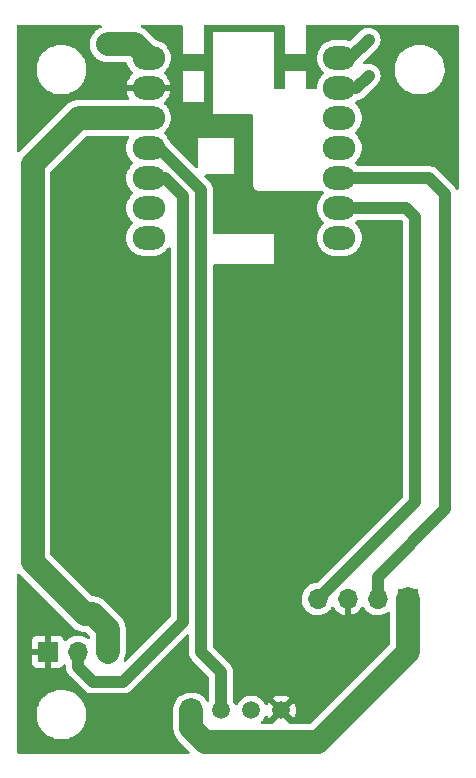
<source format=gbr>
%TF.GenerationSoftware,KiCad,Pcbnew,(6.0.6-0)*%
%TF.CreationDate,2025-06-22T16:04:58+02:00*%
%TF.ProjectId,meteo,6d657465-6f2e-46b6-9963-61645f706362,rev?*%
%TF.SameCoordinates,Original*%
%TF.FileFunction,Copper,L2,Bot*%
%TF.FilePolarity,Positive*%
%FSLAX46Y46*%
G04 Gerber Fmt 4.6, Leading zero omitted, Abs format (unit mm)*
G04 Created by KiCad (PCBNEW (6.0.6-0)) date 2025-06-22 16:04:58*
%MOMM*%
%LPD*%
G01*
G04 APERTURE LIST*
G04 Aperture macros list*
%AMRoundRect*
0 Rectangle with rounded corners*
0 $1 Rounding radius*
0 $2 $3 $4 $5 $6 $7 $8 $9 X,Y pos of 4 corners*
0 Add a 4 corners polygon primitive as box body*
4,1,4,$2,$3,$4,$5,$6,$7,$8,$9,$2,$3,0*
0 Add four circle primitives for the rounded corners*
1,1,$1+$1,$2,$3*
1,1,$1+$1,$4,$5*
1,1,$1+$1,$6,$7*
1,1,$1+$1,$8,$9*
0 Add four rect primitives between the rounded corners*
20,1,$1+$1,$2,$3,$4,$5,0*
20,1,$1+$1,$4,$5,$6,$7,0*
20,1,$1+$1,$6,$7,$8,$9,0*
20,1,$1+$1,$8,$9,$2,$3,0*%
G04 Aperture macros list end*
%TA.AperFunction,ComponentPad*%
%ADD10R,1.500000X1.500000*%
%TD*%
%TA.AperFunction,ComponentPad*%
%ADD11C,1.500000*%
%TD*%
%TA.AperFunction,ComponentPad*%
%ADD12R,1.700000X1.700000*%
%TD*%
%TA.AperFunction,ComponentPad*%
%ADD13O,1.700000X1.700000*%
%TD*%
%TA.AperFunction,SMDPad,CuDef*%
%ADD14RoundRect,1.000000X0.375000X0.000000X-0.375000X0.000000X-0.375000X0.000000X0.375000X0.000000X0*%
%TD*%
%TA.AperFunction,ViaPad*%
%ADD15C,2.000000*%
%TD*%
%TA.AperFunction,ViaPad*%
%ADD16C,1.000000*%
%TD*%
%TA.AperFunction,Conductor*%
%ADD17C,1.000000*%
%TD*%
%TA.AperFunction,Conductor*%
%ADD18C,2.000000*%
%TD*%
G04 APERTURE END LIST*
D10*
%TO.P,U1,1,VCC*%
%TO.N,+3.3V*%
X209012500Y-88802500D03*
D11*
%TO.P,U1,2,IO*%
%TO.N,DHT*%
X211552500Y-88802500D03*
%TO.P,U1,3,NC*%
%TO.N,unconnected-(U1-Pad3)*%
X214092500Y-88802500D03*
%TO.P,U1,4,GND*%
%TO.N,GND*%
X216632500Y-88802500D03*
%TD*%
D12*
%TO.P,J2,1,Pin_1*%
%TO.N,+3.3V*%
X227330000Y-79375000D03*
D13*
%TO.P,J2,2,Pin_2*%
%TO.N,SDA*%
X224790000Y-79375000D03*
%TO.P,J2,3,Pin_3*%
%TO.N,GND*%
X222250000Y-79375000D03*
%TO.P,J2,4,Pin_4*%
%TO.N,SCL*%
X219710000Y-79375000D03*
%TD*%
D12*
%TO.P,U2,1,GND*%
%TO.N,GND*%
X196865000Y-83820000D03*
D13*
%TO.P,U2,2,DQ*%
%TO.N,ONE_WIRE*%
X199405000Y-83820000D03*
%TO.P,U2,3,VDD*%
%TO.N,+3.3V*%
X201945000Y-83820000D03*
%TD*%
D14*
%TO.P,U4,1,PA02_A0_D0*%
%TO.N,PROBE_SOLAR*%
X221557000Y-33556076D03*
%TO.P,U4,2,PA4_A1_D1*%
%TO.N,PROBE_BATT*%
X221557000Y-36096076D03*
%TO.P,U4,3,PA10_A2_D2*%
%TO.N,unconnected-(U4-Pad3)*%
X221557000Y-38636076D03*
%TO.P,U4,4,PA11_A3_D3*%
%TO.N,unconnected-(U4-Pad4)*%
X221557000Y-41176076D03*
%TO.P,U4,5,PA8_A4_D4_SDA*%
%TO.N,SDA*%
X221557000Y-43716076D03*
%TO.P,U4,6,PA9_A5_D5_SCL*%
%TO.N,SCL*%
X221557000Y-46256076D03*
%TO.P,U4,7,PB08_A6_D6_TX*%
%TO.N,unconnected-(U4-Pad7)*%
X221557000Y-48796076D03*
%TO.P,U4,8,PB09_A7_D7_RX*%
%TO.N,unconnected-(U4-Pad8)*%
X205392000Y-48796076D03*
%TO.P,U4,9,PA7_A8_D8_SCK*%
%TO.N,unconnected-(U4-Pad9)*%
X205392000Y-46256076D03*
%TO.P,U4,10,PA5_A9_D9_MISO*%
%TO.N,ONE_WIRE*%
X205392000Y-43716076D03*
%TO.P,U4,11,PA6_A10_D10_MOSI*%
%TO.N,DHT*%
X205392000Y-41176076D03*
%TO.P,U4,12,3V3*%
%TO.N,+3.3V*%
X205392000Y-38636076D03*
%TO.P,U4,13,GND*%
%TO.N,GND*%
X205392000Y-36096076D03*
%TO.P,U4,14,5V*%
%TO.N,+5V*%
X205392000Y-33556076D03*
%TD*%
D15*
%TO.N,GND*%
X198755000Y-45085000D03*
D16*
%TO.N,PROBE_SOLAR*%
X224028000Y-32004000D03*
%TO.N,PROBE_BATT*%
X224028000Y-35052000D03*
D15*
%TO.N,+5V*%
X201930000Y-32385000D03*
%TD*%
D17*
%TO.N,PROBE_SOLAR*%
X221557000Y-33556076D02*
X222475924Y-33556076D01*
X222475924Y-33556076D02*
X224028000Y-32004000D01*
%TO.N,PROBE_BATT*%
X222983924Y-36096076D02*
X224028000Y-35052000D01*
X221557000Y-36096076D02*
X222983924Y-36096076D01*
D18*
%TO.N,+3.3V*%
X200025000Y-80645000D02*
X200660000Y-80645000D01*
X200660000Y-80645000D02*
X201945000Y-81930000D01*
X205392000Y-38636076D02*
X199488924Y-38636076D01*
X195580000Y-76200000D02*
X200025000Y-80645000D01*
X209012500Y-90267500D02*
X209012500Y-88802500D01*
X195580000Y-42545000D02*
X195580000Y-76200000D01*
X210185000Y-91440000D02*
X209012500Y-90267500D01*
X227330000Y-83820000D02*
X219710000Y-91440000D01*
X219710000Y-91440000D02*
X210185000Y-91440000D01*
X201945000Y-81930000D02*
X201945000Y-83820000D01*
X227330000Y-79375000D02*
X227330000Y-83820000D01*
X199488924Y-38636076D02*
X195580000Y-42545000D01*
D17*
%TO.N,DHT*%
X206276076Y-41176076D02*
X209827000Y-44727000D01*
X209827000Y-83843000D02*
X211552500Y-85568500D01*
X211552500Y-85568500D02*
X211552500Y-88802500D01*
X209827000Y-44727000D02*
X209827000Y-83843000D01*
X205420076Y-41148000D02*
X205392000Y-41176076D01*
X205392000Y-41176076D02*
X206276076Y-41176076D01*
%TO.N,ONE_WIRE*%
X199405000Y-83820000D02*
X199405000Y-85105000D01*
X208280000Y-45212000D02*
X206784076Y-43716076D01*
X199405000Y-85105000D02*
X200660000Y-86360000D01*
X203200000Y-86360000D02*
X208280000Y-81280000D01*
X208280000Y-81280000D02*
X208280000Y-45212000D01*
X200660000Y-86360000D02*
X203200000Y-86360000D01*
X206784076Y-43716076D02*
X205392000Y-43716076D01*
%TO.N,SDA*%
X224790000Y-79375000D02*
X224790000Y-77470000D01*
X224790000Y-77470000D02*
X230505000Y-71755000D01*
X230505000Y-71755000D02*
X230505000Y-45085000D01*
X230505000Y-45085000D02*
X229136076Y-43716076D01*
X229136076Y-43716076D02*
X221557000Y-43716076D01*
D18*
%TO.N,+5V*%
X201930000Y-32385000D02*
X204220924Y-32385000D01*
X204220924Y-32385000D02*
X205392000Y-33556076D01*
D17*
%TO.N,SCL*%
X227965000Y-71120000D02*
X227965000Y-46990000D01*
X227965000Y-46990000D02*
X227231076Y-46256076D01*
X227231076Y-46256076D02*
X221557000Y-46256076D01*
X219710000Y-79375000D02*
X227965000Y-71120000D01*
%TD*%
%TA.AperFunction,Conductor*%
%TO.N,GND*%
G36*
X194486012Y-77241952D02*
G01*
X194498010Y-77253846D01*
X194528698Y-77288655D01*
X194532612Y-77291870D01*
X194532613Y-77291871D01*
X194560987Y-77315178D01*
X194570107Y-77323448D01*
X198941342Y-81694684D01*
X198943796Y-81697206D01*
X199012332Y-81769681D01*
X199016349Y-81772752D01*
X199016352Y-81772755D01*
X199074761Y-81817412D01*
X199079893Y-81821554D01*
X199114252Y-81850795D01*
X199139720Y-81872470D01*
X199144046Y-81875090D01*
X199144053Y-81875095D01*
X199167824Y-81889491D01*
X199179071Y-81897163D01*
X199205174Y-81917120D01*
X199274416Y-81954247D01*
X199280137Y-81957510D01*
X199347357Y-81998220D01*
X199377834Y-82010534D01*
X199390150Y-82016303D01*
X199419109Y-82031831D01*
X199493433Y-82057423D01*
X199499561Y-82059714D01*
X199531906Y-82072782D01*
X199567733Y-82087258D01*
X199567737Y-82087259D01*
X199572429Y-82089155D01*
X199577368Y-82090277D01*
X199577371Y-82090278D01*
X199604460Y-82096432D01*
X199617559Y-82100163D01*
X199648631Y-82110862D01*
X199726100Y-82124243D01*
X199732504Y-82125523D01*
X199809144Y-82142935D01*
X199841953Y-82144999D01*
X199855453Y-82146585D01*
X199887836Y-82152179D01*
X199891793Y-82152359D01*
X199891796Y-82152359D01*
X199915506Y-82153436D01*
X199915525Y-82153436D01*
X199916925Y-82153500D01*
X199973106Y-82153500D01*
X199980989Y-82153747D01*
X199991545Y-82154411D01*
X200058271Y-82178649D01*
X200072726Y-82191067D01*
X200399595Y-82517936D01*
X200433621Y-82580248D01*
X200436500Y-82607031D01*
X200436500Y-82643407D01*
X200416498Y-82711528D01*
X200362842Y-82758021D01*
X200292568Y-82768125D01*
X200232408Y-82742289D01*
X200163414Y-82687800D01*
X200163410Y-82687798D01*
X200159359Y-82684598D01*
X199963789Y-82576638D01*
X199958920Y-82574914D01*
X199958916Y-82574912D01*
X199758087Y-82503795D01*
X199758083Y-82503794D01*
X199753212Y-82502069D01*
X199748119Y-82501162D01*
X199748116Y-82501161D01*
X199538373Y-82463800D01*
X199538367Y-82463799D01*
X199533284Y-82462894D01*
X199459452Y-82461992D01*
X199315081Y-82460228D01*
X199315079Y-82460228D01*
X199309911Y-82460165D01*
X199089091Y-82493955D01*
X198876756Y-82563357D01*
X198846443Y-82579137D01*
X198722982Y-82643407D01*
X198678607Y-82666507D01*
X198674474Y-82669610D01*
X198674471Y-82669612D01*
X198543264Y-82768125D01*
X198499965Y-82800635D01*
X198496393Y-82804373D01*
X198418898Y-82885466D01*
X198357374Y-82920895D01*
X198286462Y-82917438D01*
X198228676Y-82876192D01*
X198209823Y-82842644D01*
X198168324Y-82731946D01*
X198159786Y-82716351D01*
X198083285Y-82614276D01*
X198070724Y-82601715D01*
X197968649Y-82525214D01*
X197953054Y-82516676D01*
X197832606Y-82471522D01*
X197817351Y-82467895D01*
X197766486Y-82462369D01*
X197759672Y-82462000D01*
X197137115Y-82462000D01*
X197121876Y-82466475D01*
X197120671Y-82467865D01*
X197119000Y-82475548D01*
X197119000Y-85159884D01*
X197123475Y-85175123D01*
X197124865Y-85176328D01*
X197132548Y-85177999D01*
X197759669Y-85177999D01*
X197766490Y-85177629D01*
X197817352Y-85172105D01*
X197832604Y-85168479D01*
X197953054Y-85123324D01*
X197968649Y-85114786D01*
X198070724Y-85038285D01*
X198083285Y-85025724D01*
X198159788Y-84923646D01*
X198159980Y-84923295D01*
X198160261Y-84923014D01*
X198165172Y-84916462D01*
X198166118Y-84917171D01*
X198210238Y-84873149D01*
X198279629Y-84858135D01*
X198346121Y-84883020D01*
X198388605Y-84939903D01*
X198396500Y-84983804D01*
X198396500Y-85043157D01*
X198395763Y-85056764D01*
X198395115Y-85062734D01*
X198391676Y-85094388D01*
X198392213Y-85100523D01*
X198396050Y-85144388D01*
X198396379Y-85149214D01*
X198396500Y-85151686D01*
X198396500Y-85154769D01*
X198397674Y-85166738D01*
X198400690Y-85197506D01*
X198400812Y-85198819D01*
X198408913Y-85291413D01*
X198410400Y-85296532D01*
X198410920Y-85301833D01*
X198437791Y-85390834D01*
X198438126Y-85391967D01*
X198462182Y-85474765D01*
X198464091Y-85481336D01*
X198466544Y-85486068D01*
X198468084Y-85491169D01*
X198470978Y-85496612D01*
X198511731Y-85573260D01*
X198512343Y-85574426D01*
X198555108Y-85656926D01*
X198558431Y-85661089D01*
X198560934Y-85665796D01*
X198619755Y-85737918D01*
X198620446Y-85738774D01*
X198651738Y-85777973D01*
X198654242Y-85780477D01*
X198654884Y-85781195D01*
X198658585Y-85785528D01*
X198685935Y-85819062D01*
X198690682Y-85822989D01*
X198690684Y-85822991D01*
X198721262Y-85848287D01*
X198730042Y-85856277D01*
X199903145Y-87029379D01*
X199912247Y-87039522D01*
X199929513Y-87060996D01*
X199935968Y-87069025D01*
X199940696Y-87072992D01*
X199974421Y-87101291D01*
X199978069Y-87104472D01*
X199979881Y-87106115D01*
X199982075Y-87108309D01*
X200015349Y-87135642D01*
X200016147Y-87136304D01*
X200087474Y-87196154D01*
X200092144Y-87198722D01*
X200096261Y-87202103D01*
X200139522Y-87225299D01*
X200178086Y-87245977D01*
X200179245Y-87246606D01*
X200255381Y-87288462D01*
X200255389Y-87288465D01*
X200260787Y-87291433D01*
X200265869Y-87293045D01*
X200270563Y-87295562D01*
X200359531Y-87322762D01*
X200360559Y-87323082D01*
X200449306Y-87351235D01*
X200454602Y-87351829D01*
X200459698Y-87353387D01*
X200552257Y-87362790D01*
X200553393Y-87362911D01*
X200587008Y-87366681D01*
X200599730Y-87368108D01*
X200599734Y-87368108D01*
X200603227Y-87368500D01*
X200606754Y-87368500D01*
X200607739Y-87368555D01*
X200613419Y-87369002D01*
X200642825Y-87371989D01*
X200650337Y-87372752D01*
X200650339Y-87372752D01*
X200656462Y-87373374D01*
X200702108Y-87369059D01*
X200713967Y-87368500D01*
X203138157Y-87368500D01*
X203151764Y-87369237D01*
X203183262Y-87372659D01*
X203183267Y-87372659D01*
X203189388Y-87373324D01*
X203215638Y-87371027D01*
X203239388Y-87368950D01*
X203244214Y-87368621D01*
X203246686Y-87368500D01*
X203249769Y-87368500D01*
X203261738Y-87367326D01*
X203292506Y-87364310D01*
X203293819Y-87364188D01*
X203338084Y-87360315D01*
X203386413Y-87356087D01*
X203391532Y-87354600D01*
X203396833Y-87354080D01*
X203485834Y-87327209D01*
X203486967Y-87326874D01*
X203570414Y-87302630D01*
X203570418Y-87302628D01*
X203576336Y-87300909D01*
X203581068Y-87298456D01*
X203586169Y-87296916D01*
X203593173Y-87293192D01*
X203668260Y-87253269D01*
X203669426Y-87252657D01*
X203746453Y-87212729D01*
X203751926Y-87209892D01*
X203756089Y-87206569D01*
X203760796Y-87204066D01*
X203832918Y-87145245D01*
X203833774Y-87144554D01*
X203872973Y-87113262D01*
X203875477Y-87110758D01*
X203876195Y-87110116D01*
X203880528Y-87106415D01*
X203914062Y-87079065D01*
X203927150Y-87063245D01*
X203943287Y-87043738D01*
X203951277Y-87034958D01*
X206277097Y-84709138D01*
X208603405Y-82382829D01*
X208665717Y-82348803D01*
X208736532Y-82353868D01*
X208793368Y-82396415D01*
X208818179Y-82462935D01*
X208818500Y-82471924D01*
X208818500Y-83781157D01*
X208817763Y-83794764D01*
X208813676Y-83832388D01*
X208814213Y-83838523D01*
X208818050Y-83882388D01*
X208818379Y-83887214D01*
X208818500Y-83889686D01*
X208818500Y-83892769D01*
X208818801Y-83895837D01*
X208822690Y-83935506D01*
X208822812Y-83936819D01*
X208824246Y-83953204D01*
X208830913Y-84029413D01*
X208832400Y-84034532D01*
X208832920Y-84039833D01*
X208859791Y-84128834D01*
X208860126Y-84129967D01*
X208880810Y-84201158D01*
X208886091Y-84219336D01*
X208888544Y-84224068D01*
X208890084Y-84229169D01*
X208892978Y-84234612D01*
X208933731Y-84311260D01*
X208934343Y-84312426D01*
X208977108Y-84394926D01*
X208980431Y-84399089D01*
X208982934Y-84403796D01*
X209041755Y-84475918D01*
X209042446Y-84476774D01*
X209073738Y-84515973D01*
X209076242Y-84518477D01*
X209076884Y-84519195D01*
X209080585Y-84523528D01*
X209107935Y-84557062D01*
X209112682Y-84560989D01*
X209112684Y-84560991D01*
X209143262Y-84586287D01*
X209152042Y-84594277D01*
X210507095Y-85949330D01*
X210541121Y-86011642D01*
X210544000Y-86038425D01*
X210544000Y-87967018D01*
X210523998Y-88035139D01*
X210470342Y-88081632D01*
X210400068Y-88091736D01*
X210335488Y-88062242D01*
X210311380Y-88034160D01*
X210283862Y-87990462D01*
X210280290Y-87984789D01*
X210264892Y-87948140D01*
X210264245Y-87942184D01*
X210213115Y-87805795D01*
X210125761Y-87689239D01*
X210009205Y-87601885D01*
X209872816Y-87550755D01*
X209869698Y-87550416D01*
X209839238Y-87538241D01*
X209813179Y-87523074D01*
X209666422Y-87437659D01*
X209661696Y-87435845D01*
X209661692Y-87435843D01*
X209444522Y-87352480D01*
X209444518Y-87352479D01*
X209439798Y-87350667D01*
X209434848Y-87349633D01*
X209434845Y-87349632D01*
X209207131Y-87302060D01*
X209207127Y-87302060D01*
X209202180Y-87301026D01*
X208959683Y-87290014D01*
X208954663Y-87290595D01*
X208954659Y-87290595D01*
X208723571Y-87317333D01*
X208723567Y-87317334D01*
X208718544Y-87317915D01*
X208713680Y-87319291D01*
X208713677Y-87319292D01*
X208597033Y-87352299D01*
X208484968Y-87384010D01*
X208480392Y-87386144D01*
X208480386Y-87386146D01*
X208269546Y-87484462D01*
X208269542Y-87484464D01*
X208264964Y-87486599D01*
X208260783Y-87489440D01*
X208260782Y-87489441D01*
X208197307Y-87532579D01*
X208157342Y-87550195D01*
X208152184Y-87550755D01*
X208144795Y-87553525D01*
X208144791Y-87553526D01*
X208029008Y-87596932D01*
X208015795Y-87601885D01*
X207899239Y-87689239D01*
X207811885Y-87805795D01*
X207760755Y-87942184D01*
X207760023Y-87941909D01*
X207744975Y-87973614D01*
X207746195Y-87974400D01*
X207743455Y-87978652D01*
X207740380Y-87982674D01*
X207625669Y-88196609D01*
X207546638Y-88426131D01*
X207505321Y-88665336D01*
X207504000Y-88694425D01*
X207504000Y-90243484D01*
X207503951Y-90247002D01*
X207501166Y-90346705D01*
X207505378Y-90378268D01*
X207511558Y-90424586D01*
X207512258Y-90431139D01*
X207518560Y-90509465D01*
X207526397Y-90541370D01*
X207528926Y-90554758D01*
X207533271Y-90587320D01*
X207534732Y-90592161D01*
X207534733Y-90592163D01*
X207555978Y-90662529D01*
X207557719Y-90668890D01*
X207576463Y-90745206D01*
X207578441Y-90749866D01*
X207589301Y-90775451D01*
X207593938Y-90788261D01*
X207603433Y-90819708D01*
X207605651Y-90824256D01*
X207605654Y-90824263D01*
X207637871Y-90890318D01*
X207640607Y-90896320D01*
X207671312Y-90968656D01*
X207674004Y-90972930D01*
X207688819Y-90996456D01*
X207695445Y-91008360D01*
X207709846Y-91037888D01*
X207743918Y-91086187D01*
X207755141Y-91102097D01*
X207758801Y-91107586D01*
X207800667Y-91174067D01*
X207804008Y-91177856D01*
X207804012Y-91177862D01*
X207822398Y-91198717D01*
X207830844Y-91209412D01*
X207849774Y-91236247D01*
X207852444Y-91239171D01*
X207860657Y-91248165D01*
X207869409Y-91257750D01*
X207909125Y-91297466D01*
X207914544Y-91303236D01*
X207957850Y-91352358D01*
X207957853Y-91352361D01*
X207961198Y-91356155D01*
X207965112Y-91359370D01*
X207965113Y-91359371D01*
X207993487Y-91382678D01*
X208002597Y-91390938D01*
X208852065Y-92240407D01*
X208886089Y-92302717D01*
X208881024Y-92373533D01*
X208838477Y-92430368D01*
X208771957Y-92455179D01*
X208762968Y-92455500D01*
X194403500Y-92455500D01*
X194335379Y-92435498D01*
X194288886Y-92381842D01*
X194277500Y-92329500D01*
X194277500Y-89286703D01*
X195911743Y-89286703D01*
X195912302Y-89290947D01*
X195912302Y-89290951D01*
X195913721Y-89301731D01*
X195949268Y-89571734D01*
X196025129Y-89849036D01*
X196137923Y-90113476D01*
X196149693Y-90133142D01*
X196280509Y-90351719D01*
X196285561Y-90360161D01*
X196465313Y-90584528D01*
X196673851Y-90782423D01*
X196907317Y-90950186D01*
X196911112Y-90952195D01*
X196911113Y-90952196D01*
X196942201Y-90968656D01*
X197161392Y-91084712D01*
X197185699Y-91093607D01*
X197393868Y-91169786D01*
X197431373Y-91183511D01*
X197712264Y-91244755D01*
X197740841Y-91247004D01*
X197935282Y-91262307D01*
X197935291Y-91262307D01*
X197937739Y-91262500D01*
X198093271Y-91262500D01*
X198095407Y-91262354D01*
X198095418Y-91262354D01*
X198303548Y-91248165D01*
X198303554Y-91248164D01*
X198307825Y-91247873D01*
X198312020Y-91247004D01*
X198312022Y-91247004D01*
X198493547Y-91209412D01*
X198589342Y-91189574D01*
X198860343Y-91093607D01*
X199115812Y-90961750D01*
X199119313Y-90959289D01*
X199119317Y-90959287D01*
X199317917Y-90819708D01*
X199351023Y-90796441D01*
X199561622Y-90600740D01*
X199743713Y-90378268D01*
X199893927Y-90133142D01*
X200009483Y-89869898D01*
X200015285Y-89849532D01*
X200087068Y-89597534D01*
X200088244Y-89593406D01*
X200128751Y-89308784D01*
X200128792Y-89301140D01*
X200130235Y-89025583D01*
X200130235Y-89025576D01*
X200130257Y-89021297D01*
X200092732Y-88736266D01*
X200081673Y-88695839D01*
X200070585Y-88655311D01*
X200016871Y-88458964D01*
X199950461Y-88303269D01*
X199905763Y-88198476D01*
X199905761Y-88198472D01*
X199904077Y-88194524D01*
X199784648Y-87994973D01*
X199758643Y-87951521D01*
X199758640Y-87951517D01*
X199756439Y-87947839D01*
X199576687Y-87723472D01*
X199404221Y-87559808D01*
X199371258Y-87528527D01*
X199371255Y-87528525D01*
X199368149Y-87525577D01*
X199150332Y-87369059D01*
X199138172Y-87360321D01*
X199138171Y-87360320D01*
X199134683Y-87357814D01*
X199128721Y-87354657D01*
X199058228Y-87317333D01*
X198880608Y-87223288D01*
X198667485Y-87145296D01*
X198614658Y-87125964D01*
X198614656Y-87125963D01*
X198610627Y-87124489D01*
X198329736Y-87063245D01*
X198298685Y-87060801D01*
X198106718Y-87045693D01*
X198106709Y-87045693D01*
X198104261Y-87045500D01*
X197948729Y-87045500D01*
X197946593Y-87045646D01*
X197946582Y-87045646D01*
X197738452Y-87059835D01*
X197738446Y-87059836D01*
X197734175Y-87060127D01*
X197729980Y-87060996D01*
X197729978Y-87060996D01*
X197593416Y-87089277D01*
X197452658Y-87118426D01*
X197181657Y-87214393D01*
X197177848Y-87216359D01*
X197038151Y-87288462D01*
X196926188Y-87346250D01*
X196922687Y-87348711D01*
X196922683Y-87348713D01*
X196808583Y-87428904D01*
X196690977Y-87511559D01*
X196675892Y-87525577D01*
X196505562Y-87683858D01*
X196480378Y-87707260D01*
X196298287Y-87929732D01*
X196148073Y-88174858D01*
X196146347Y-88178791D01*
X196146346Y-88178792D01*
X196091445Y-88303860D01*
X196032517Y-88438102D01*
X195953756Y-88714594D01*
X195913249Y-88999216D01*
X195913227Y-89003505D01*
X195913226Y-89003512D01*
X195911765Y-89282417D01*
X195911743Y-89286703D01*
X194277500Y-89286703D01*
X194277500Y-84714669D01*
X195507001Y-84714669D01*
X195507371Y-84721490D01*
X195512895Y-84772352D01*
X195516521Y-84787604D01*
X195561676Y-84908054D01*
X195570214Y-84923649D01*
X195646715Y-85025724D01*
X195659276Y-85038285D01*
X195761351Y-85114786D01*
X195776946Y-85123324D01*
X195897394Y-85168478D01*
X195912649Y-85172105D01*
X195963514Y-85177631D01*
X195970328Y-85178000D01*
X196592885Y-85178000D01*
X196608124Y-85173525D01*
X196609329Y-85172135D01*
X196611000Y-85164452D01*
X196611000Y-84092115D01*
X196606525Y-84076876D01*
X196605135Y-84075671D01*
X196597452Y-84074000D01*
X195525116Y-84074000D01*
X195509877Y-84078475D01*
X195508672Y-84079865D01*
X195507001Y-84087548D01*
X195507001Y-84714669D01*
X194277500Y-84714669D01*
X194277500Y-83547885D01*
X195507000Y-83547885D01*
X195511475Y-83563124D01*
X195512865Y-83564329D01*
X195520548Y-83566000D01*
X196592885Y-83566000D01*
X196608124Y-83561525D01*
X196609329Y-83560135D01*
X196611000Y-83552452D01*
X196611000Y-82480116D01*
X196606525Y-82464877D01*
X196605135Y-82463672D01*
X196597452Y-82462001D01*
X195970331Y-82462001D01*
X195963510Y-82462371D01*
X195912648Y-82467895D01*
X195897396Y-82471521D01*
X195776946Y-82516676D01*
X195761351Y-82525214D01*
X195659276Y-82601715D01*
X195646715Y-82614276D01*
X195570214Y-82716351D01*
X195561676Y-82731946D01*
X195516522Y-82852394D01*
X195512895Y-82867649D01*
X195507369Y-82918514D01*
X195507000Y-82925328D01*
X195507000Y-83547885D01*
X194277500Y-83547885D01*
X194277500Y-77337176D01*
X194297502Y-77269055D01*
X194351158Y-77222562D01*
X194421432Y-77212458D01*
X194486012Y-77241952D01*
G37*
%TD.AperFunction*%
%TA.AperFunction,Conductor*%
G36*
X201385147Y-30763502D02*
G01*
X201431640Y-30817158D01*
X201441744Y-30887432D01*
X201412250Y-30952012D01*
X201366261Y-30985482D01*
X201358834Y-30988635D01*
X201343565Y-30995116D01*
X201342717Y-30995472D01*
X201243037Y-31036760D01*
X201239163Y-31039134D01*
X201234592Y-31041266D01*
X201233512Y-31041831D01*
X201228844Y-31043812D01*
X201132227Y-31104655D01*
X201131042Y-31105391D01*
X201040584Y-31160824D01*
X201036816Y-31164042D01*
X201032990Y-31166822D01*
X201028813Y-31169650D01*
X201027721Y-31170467D01*
X201023433Y-31173167D01*
X200962707Y-31226704D01*
X200940422Y-31246350D01*
X200938928Y-31247646D01*
X200889411Y-31289938D01*
X200860031Y-31315031D01*
X200856822Y-31318788D01*
X200853317Y-31322293D01*
X200853236Y-31322212D01*
X200845764Y-31329802D01*
X200841345Y-31333698D01*
X200838130Y-31337612D01*
X200838129Y-31337613D01*
X200773189Y-31416672D01*
X200771637Y-31418526D01*
X200705824Y-31495584D01*
X200702886Y-31500379D01*
X200692821Y-31514514D01*
X200690480Y-31517364D01*
X200690475Y-31517372D01*
X200687266Y-31521278D01*
X200680860Y-31532285D01*
X200634792Y-31611437D01*
X200633361Y-31613832D01*
X200581760Y-31698037D01*
X200579868Y-31702606D01*
X200579867Y-31702607D01*
X200578514Y-31705874D01*
X200571006Y-31721033D01*
X200565159Y-31731078D01*
X200534619Y-31810638D01*
X200528881Y-31825586D01*
X200527659Y-31828648D01*
X200490895Y-31917406D01*
X200489739Y-31922220D01*
X200489739Y-31922221D01*
X200488248Y-31928432D01*
X200483360Y-31944174D01*
X200478167Y-31957702D01*
X200477133Y-31962652D01*
X200458085Y-32053829D01*
X200457267Y-32057476D01*
X200442636Y-32118420D01*
X200435465Y-32148289D01*
X200435077Y-32153222D01*
X200434351Y-32162440D01*
X200432078Y-32178315D01*
X200428526Y-32195320D01*
X200428297Y-32200370D01*
X200428296Y-32200375D01*
X200424206Y-32290455D01*
X200423949Y-32294608D01*
X200416835Y-32385000D01*
X200417223Y-32389931D01*
X200417223Y-32389935D01*
X200418173Y-32402012D01*
X200418431Y-32417604D01*
X200417743Y-32432759D01*
X200417743Y-32432766D01*
X200417514Y-32437817D01*
X200418095Y-32442837D01*
X200418095Y-32442843D01*
X200428122Y-32529504D01*
X200428569Y-32534098D01*
X200434257Y-32606359D01*
X200435465Y-32621711D01*
X200436619Y-32626517D01*
X200440113Y-32641072D01*
X200442759Y-32656002D01*
X200444025Y-32666939D01*
X200445415Y-32678956D01*
X200446791Y-32683818D01*
X200469755Y-32764975D01*
X200471033Y-32769866D01*
X200490895Y-32852594D01*
X200499610Y-32873634D01*
X200504436Y-32887532D01*
X200511510Y-32912532D01*
X200513646Y-32917113D01*
X200513648Y-32917118D01*
X200548047Y-32990887D01*
X200550261Y-32995918D01*
X200581760Y-33071963D01*
X200595142Y-33093800D01*
X200601904Y-33106384D01*
X200614099Y-33132536D01*
X200616941Y-33136717D01*
X200616945Y-33136725D01*
X200661070Y-33201653D01*
X200664285Y-33206632D01*
X200705824Y-33274416D01*
X200709038Y-33278179D01*
X200724318Y-33296070D01*
X200732717Y-33307076D01*
X200743802Y-33323386D01*
X200750544Y-33333307D01*
X200754023Y-33336985D01*
X200754023Y-33336986D01*
X200805946Y-33391893D01*
X200810209Y-33396636D01*
X200856817Y-33451207D01*
X200856824Y-33451214D01*
X200860031Y-33454969D01*
X200883855Y-33475317D01*
X200893556Y-33484539D01*
X200917332Y-33509681D01*
X200921358Y-33512759D01*
X200921359Y-33512760D01*
X200979092Y-33556900D01*
X200984394Y-33561185D01*
X201040584Y-33609176D01*
X201044798Y-33611758D01*
X201044803Y-33611762D01*
X201069720Y-33627031D01*
X201080416Y-33634368D01*
X201106158Y-33654050D01*
X201106162Y-33654053D01*
X201110174Y-33657120D01*
X201114624Y-33659506D01*
X201114627Y-33659508D01*
X201176151Y-33692496D01*
X201182446Y-33696109D01*
X201243037Y-33733240D01*
X201277253Y-33747413D01*
X201288547Y-33752763D01*
X201324109Y-33771831D01*
X201392188Y-33795272D01*
X201399333Y-33797979D01*
X201462406Y-33824105D01*
X201501182Y-33833415D01*
X201512767Y-33836792D01*
X201548842Y-33849214D01*
X201548853Y-33849217D01*
X201553631Y-33850862D01*
X201621739Y-33862626D01*
X201629673Y-33864262D01*
X201688476Y-33878380D01*
X201688482Y-33878381D01*
X201693289Y-33879535D01*
X201735884Y-33882887D01*
X201747435Y-33884337D01*
X201792836Y-33892179D01*
X201796797Y-33892359D01*
X201796798Y-33892359D01*
X201820506Y-33893436D01*
X201820525Y-33893436D01*
X201821925Y-33893500D01*
X201865771Y-33893500D01*
X201875657Y-33893888D01*
X201930000Y-33898165D01*
X201984343Y-33893888D01*
X201994229Y-33893500D01*
X203446100Y-33893500D01*
X203514221Y-33913502D01*
X203560714Y-33967158D01*
X203568969Y-33991588D01*
X203571722Y-34003707D01*
X203571724Y-34003714D01*
X203572845Y-34008647D01*
X203574739Y-34013335D01*
X203574740Y-34013338D01*
X203657275Y-34217617D01*
X203663780Y-34233718D01*
X203666403Y-34238049D01*
X203774067Y-34415823D01*
X203789530Y-34441356D01*
X203946859Y-34626217D01*
X203950706Y-34629491D01*
X204069333Y-34730451D01*
X204108246Y-34789834D01*
X204108877Y-34860828D01*
X204069333Y-34922359D01*
X203951061Y-35023016D01*
X203943940Y-35030137D01*
X203793220Y-35207233D01*
X203787312Y-35215424D01*
X203666852Y-35414327D01*
X203662332Y-35423353D01*
X203575219Y-35638964D01*
X203572203Y-35648588D01*
X203532257Y-35824412D01*
X203533134Y-35838485D01*
X203542496Y-35842076D01*
X207237641Y-35842076D01*
X207251172Y-35838103D01*
X207252599Y-35828179D01*
X207211797Y-35648588D01*
X207208781Y-35638964D01*
X207121668Y-35423353D01*
X207117148Y-35414327D01*
X206996688Y-35215424D01*
X206990780Y-35207233D01*
X206840060Y-35030137D01*
X206832939Y-35023016D01*
X206714667Y-34922359D01*
X206675754Y-34862976D01*
X206675123Y-34791983D01*
X206714667Y-34730451D01*
X206833294Y-34629491D01*
X206837141Y-34626217D01*
X206994470Y-34441356D01*
X207009934Y-34415823D01*
X207117597Y-34238049D01*
X207120220Y-34233718D01*
X207126726Y-34217617D01*
X207209260Y-34013338D01*
X207209261Y-34013335D01*
X207211155Y-34008647D01*
X207212278Y-34003707D01*
X207244173Y-33863315D01*
X207264935Y-33771932D01*
X207270370Y-33696109D01*
X207275339Y-33626795D01*
X207275339Y-33626787D01*
X207275500Y-33624545D01*
X207275499Y-33487608D01*
X207273390Y-33458175D01*
X207265277Y-33344988D01*
X207265277Y-33344985D01*
X207264935Y-33340220D01*
X207263876Y-33335556D01*
X207212276Y-33108438D01*
X207212275Y-33108435D01*
X207211155Y-33103505D01*
X207167687Y-32995918D01*
X207122117Y-32883128D01*
X207122114Y-32883123D01*
X207120220Y-32878434D01*
X207054469Y-32769866D01*
X206997095Y-32675130D01*
X206997094Y-32675128D01*
X206994470Y-32670796D01*
X206837141Y-32485935D01*
X206652280Y-32328606D01*
X206444642Y-32202856D01*
X206439953Y-32200962D01*
X206439948Y-32200959D01*
X206224262Y-32113816D01*
X206224259Y-32113815D01*
X206219571Y-32111921D01*
X206214641Y-32110801D01*
X206214638Y-32110800D01*
X206075966Y-32079295D01*
X206014786Y-32045521D01*
X205304599Y-31335334D01*
X205302145Y-31332812D01*
X205237062Y-31263988D01*
X205237059Y-31263986D01*
X205233592Y-31260319D01*
X205171163Y-31212589D01*
X205166032Y-31208448D01*
X205110057Y-31160809D01*
X205110056Y-31160808D01*
X205106204Y-31157530D01*
X205101879Y-31154911D01*
X205101874Y-31154907D01*
X205078100Y-31140509D01*
X205066853Y-31132837D01*
X205040750Y-31112880D01*
X205025301Y-31104596D01*
X204971523Y-31075761D01*
X204965792Y-31072493D01*
X204963223Y-31070937D01*
X204898566Y-31031779D01*
X204868105Y-31019472D01*
X204855765Y-31013692D01*
X204844031Y-31007400D01*
X204826815Y-30998169D01*
X204822031Y-30996522D01*
X204822027Y-30996520D01*
X204799127Y-30988635D01*
X204741229Y-30947545D01*
X204714738Y-30881676D01*
X204728063Y-30811942D01*
X204776975Y-30760481D01*
X204840148Y-30743500D01*
X208169000Y-30743500D01*
X208237121Y-30763502D01*
X208283614Y-30817158D01*
X208295000Y-30869500D01*
X208295000Y-33261076D01*
X210073000Y-33261076D01*
X210073000Y-30869500D01*
X210093002Y-30801379D01*
X210146658Y-30754886D01*
X210199000Y-30743500D01*
X216805000Y-30743500D01*
X216873121Y-30763502D01*
X216919614Y-30817158D01*
X216931000Y-30869500D01*
X216931000Y-33261076D01*
X218709000Y-33261076D01*
X218709000Y-30869500D01*
X218729002Y-30801379D01*
X218782658Y-30754886D01*
X218835000Y-30743500D01*
X223976009Y-30743500D01*
X224036177Y-30761167D01*
X224067608Y-30745477D01*
X224089842Y-30743500D01*
X231521500Y-30743500D01*
X231589621Y-30763502D01*
X231636114Y-30817158D01*
X231647500Y-30869500D01*
X231647500Y-44580119D01*
X231627498Y-44648240D01*
X231573842Y-44694733D01*
X231503568Y-44704837D01*
X231438988Y-44675343D01*
X231410247Y-44639269D01*
X231398268Y-44616738D01*
X231397657Y-44615574D01*
X231357729Y-44538547D01*
X231354892Y-44533074D01*
X231351569Y-44528911D01*
X231349066Y-44524204D01*
X231290245Y-44452082D01*
X231289554Y-44451226D01*
X231258262Y-44412027D01*
X231255758Y-44409523D01*
X231255116Y-44408805D01*
X231251415Y-44404472D01*
X231224065Y-44370938D01*
X231206717Y-44356586D01*
X231188738Y-44341713D01*
X231179958Y-44333723D01*
X229892931Y-43046697D01*
X229883829Y-43036554D01*
X229863973Y-43011858D01*
X229860108Y-43007051D01*
X229821654Y-42974784D01*
X229818007Y-42971604D01*
X229816195Y-42969961D01*
X229814001Y-42967767D01*
X229780727Y-42940434D01*
X229779929Y-42939772D01*
X229708602Y-42879922D01*
X229703932Y-42877354D01*
X229699815Y-42873973D01*
X229641931Y-42842936D01*
X229617990Y-42830099D01*
X229616831Y-42829470D01*
X229540695Y-42787614D01*
X229540687Y-42787611D01*
X229535289Y-42784643D01*
X229530207Y-42783031D01*
X229525513Y-42780514D01*
X229436545Y-42753314D01*
X229435517Y-42752994D01*
X229346770Y-42724841D01*
X229341474Y-42724247D01*
X229336378Y-42722689D01*
X229243819Y-42713286D01*
X229242683Y-42713165D01*
X229209068Y-42709395D01*
X229196346Y-42707968D01*
X229196342Y-42707968D01*
X229192849Y-42707576D01*
X229189322Y-42707576D01*
X229188337Y-42707521D01*
X229182657Y-42707074D01*
X229153251Y-42704087D01*
X229145739Y-42703324D01*
X229145737Y-42703324D01*
X229139614Y-42702702D01*
X229097335Y-42706699D01*
X229093967Y-42707017D01*
X229082109Y-42707576D01*
X223112822Y-42707576D01*
X223044701Y-42687574D01*
X223016869Y-42663240D01*
X223005417Y-42649784D01*
X223005415Y-42649782D01*
X223002141Y-42645935D01*
X222880053Y-42542030D01*
X222841140Y-42482647D01*
X222840509Y-42411653D01*
X222880053Y-42350122D01*
X222998294Y-42249491D01*
X223002141Y-42246217D01*
X223159470Y-42061356D01*
X223285220Y-41853718D01*
X223337156Y-41725174D01*
X223374260Y-41633338D01*
X223374261Y-41633335D01*
X223376155Y-41628647D01*
X223429935Y-41391932D01*
X223440500Y-41244545D01*
X223440499Y-41107608D01*
X223429935Y-40960220D01*
X223428876Y-40955556D01*
X223377276Y-40728438D01*
X223377275Y-40728435D01*
X223376155Y-40723505D01*
X223285220Y-40498434D01*
X223220271Y-40391191D01*
X223162095Y-40295130D01*
X223162094Y-40295128D01*
X223159470Y-40290796D01*
X223002141Y-40105935D01*
X222880053Y-40002030D01*
X222841140Y-39942647D01*
X222840509Y-39871653D01*
X222880053Y-39810122D01*
X222998294Y-39709491D01*
X223002141Y-39706217D01*
X223159470Y-39521356D01*
X223285220Y-39313718D01*
X223376155Y-39088647D01*
X223429935Y-38851932D01*
X223440500Y-38704545D01*
X223440499Y-38567608D01*
X223433294Y-38467076D01*
X223430277Y-38424988D01*
X223430277Y-38424985D01*
X223429935Y-38420220D01*
X223416499Y-38361078D01*
X223377276Y-38188438D01*
X223377275Y-38188435D01*
X223376155Y-38183505D01*
X223285220Y-37958434D01*
X223159470Y-37750796D01*
X223002141Y-37565935D01*
X222880053Y-37462030D01*
X222841140Y-37402647D01*
X222840509Y-37331653D01*
X222880053Y-37270122D01*
X222998294Y-37169491D01*
X223002141Y-37166217D01*
X223023212Y-37141458D01*
X223082593Y-37102546D01*
X223108183Y-37097601D01*
X223128013Y-37095866D01*
X223164205Y-37092700D01*
X223164210Y-37092699D01*
X223170337Y-37092163D01*
X223175456Y-37090676D01*
X223180757Y-37090156D01*
X223269758Y-37063285D01*
X223270891Y-37062950D01*
X223354338Y-37038706D01*
X223354342Y-37038704D01*
X223360260Y-37036985D01*
X223364992Y-37034532D01*
X223370093Y-37032992D01*
X223422862Y-37004935D01*
X223452184Y-36989345D01*
X223453350Y-36988733D01*
X223530377Y-36948805D01*
X223535850Y-36945968D01*
X223540013Y-36942645D01*
X223544720Y-36940142D01*
X223616842Y-36881321D01*
X223617698Y-36880630D01*
X223656897Y-36849338D01*
X223659401Y-36846834D01*
X223660119Y-36846192D01*
X223664452Y-36842491D01*
X223697986Y-36815141D01*
X223727212Y-36779813D01*
X223735201Y-36771034D01*
X224691801Y-35814434D01*
X224703323Y-35804240D01*
X224721986Y-35789659D01*
X224721987Y-35789658D01*
X224726847Y-35785861D01*
X224764673Y-35742039D01*
X224770960Y-35735275D01*
X224776309Y-35729926D01*
X224778264Y-35727546D01*
X224778273Y-35727536D01*
X224798539Y-35702864D01*
X224800521Y-35700509D01*
X224809537Y-35690063D01*
X224856078Y-35636145D01*
X224859121Y-35630787D01*
X224862672Y-35625754D01*
X224862929Y-35625935D01*
X224863024Y-35625798D01*
X224862762Y-35625623D01*
X224866194Y-35620497D01*
X224870102Y-35615739D01*
X224910269Y-35540829D01*
X224911757Y-35538133D01*
X224922508Y-35519208D01*
X224953769Y-35464179D01*
X224955714Y-35458332D01*
X224958221Y-35452701D01*
X224958506Y-35452828D01*
X224958569Y-35452681D01*
X224958280Y-35452561D01*
X224960649Y-35446870D01*
X224963562Y-35441437D01*
X224988419Y-35360133D01*
X224989347Y-35357226D01*
X225014251Y-35282362D01*
X225016197Y-35276513D01*
X225016970Y-35270398D01*
X225018335Y-35264390D01*
X225018638Y-35264459D01*
X225018674Y-35264292D01*
X225018368Y-35264230D01*
X225019584Y-35258200D01*
X225021387Y-35252302D01*
X225029978Y-35167732D01*
X225030326Y-35164675D01*
X225040545Y-35083776D01*
X225040985Y-35080295D01*
X225041324Y-35056033D01*
X225041374Y-35055538D01*
X225041336Y-35055138D01*
X225041380Y-35052000D01*
X225034238Y-34979159D01*
X225031920Y-34955517D01*
X225031878Y-34955080D01*
X225023318Y-34864526D01*
X225023317Y-34864522D01*
X225022761Y-34858638D01*
X225022253Y-34856935D01*
X225022080Y-34855167D01*
X225020375Y-34849521D01*
X225020374Y-34849514D01*
X224994154Y-34762669D01*
X224994027Y-34762249D01*
X224968525Y-34676703D01*
X226236743Y-34676703D01*
X226274268Y-34961734D01*
X226275401Y-34965874D01*
X226275401Y-34965876D01*
X226290936Y-35022661D01*
X226350129Y-35239036D01*
X226351813Y-35242984D01*
X226441320Y-35452828D01*
X226462923Y-35503476D01*
X226526861Y-35610309D01*
X226603614Y-35738553D01*
X226610561Y-35750161D01*
X226790313Y-35974528D01*
X226875720Y-36055576D01*
X226987419Y-36161574D01*
X226998851Y-36172423D01*
X227232317Y-36340186D01*
X227236112Y-36342195D01*
X227236113Y-36342196D01*
X227257778Y-36353667D01*
X227486392Y-36474712D01*
X227756373Y-36573511D01*
X228037264Y-36634755D01*
X228065841Y-36637004D01*
X228260282Y-36652307D01*
X228260291Y-36652307D01*
X228262739Y-36652500D01*
X228418271Y-36652500D01*
X228420407Y-36652354D01*
X228420418Y-36652354D01*
X228628548Y-36638165D01*
X228628554Y-36638164D01*
X228632825Y-36637873D01*
X228637020Y-36637004D01*
X228637022Y-36637004D01*
X228773583Y-36608724D01*
X228914342Y-36579574D01*
X229185343Y-36483607D01*
X229440812Y-36351750D01*
X229444313Y-36349289D01*
X229444317Y-36349287D01*
X229558417Y-36269096D01*
X229676023Y-36186441D01*
X229816850Y-36055576D01*
X229883479Y-35993661D01*
X229883481Y-35993658D01*
X229886622Y-35990740D01*
X230068713Y-35768268D01*
X230218927Y-35523142D01*
X230249849Y-35452701D01*
X230332757Y-35263830D01*
X230334483Y-35259898D01*
X230413244Y-34983406D01*
X230453751Y-34698784D01*
X230453845Y-34680951D01*
X230455235Y-34415583D01*
X230455235Y-34415576D01*
X230455257Y-34411297D01*
X230449870Y-34370374D01*
X230431260Y-34229024D01*
X230417732Y-34126266D01*
X230413942Y-34112410D01*
X230362731Y-33925215D01*
X230341871Y-33848964D01*
X230306980Y-33767164D01*
X230230763Y-33588476D01*
X230230761Y-33588472D01*
X230229077Y-33584524D01*
X230116628Y-33396636D01*
X230083643Y-33341521D01*
X230083640Y-33341517D01*
X230081439Y-33337839D01*
X229901687Y-33113472D01*
X229693149Y-32915577D01*
X229503064Y-32778987D01*
X229463172Y-32750321D01*
X229463171Y-32750320D01*
X229459683Y-32747814D01*
X229448040Y-32741649D01*
X229345345Y-32687275D01*
X229205608Y-32613288D01*
X228982959Y-32531810D01*
X228939658Y-32515964D01*
X228939656Y-32515963D01*
X228935627Y-32514489D01*
X228654736Y-32453245D01*
X228623685Y-32450801D01*
X228431718Y-32435693D01*
X228431709Y-32435693D01*
X228429261Y-32435500D01*
X228273729Y-32435500D01*
X228271593Y-32435646D01*
X228271582Y-32435646D01*
X228063452Y-32449835D01*
X228063446Y-32449836D01*
X228059175Y-32450127D01*
X228054980Y-32450996D01*
X228054978Y-32450996D01*
X227918417Y-32479276D01*
X227777658Y-32508426D01*
X227506657Y-32604393D01*
X227502848Y-32606359D01*
X227332971Y-32694039D01*
X227251188Y-32736250D01*
X227247687Y-32738711D01*
X227247683Y-32738713D01*
X227210316Y-32764975D01*
X227015977Y-32901559D01*
X227000892Y-32915577D01*
X226828061Y-33076182D01*
X226805378Y-33097260D01*
X226623287Y-33319732D01*
X226473073Y-33564858D01*
X226471347Y-33568791D01*
X226471346Y-33568792D01*
X226417044Y-33692496D01*
X226357517Y-33828102D01*
X226356342Y-33832229D01*
X226356341Y-33832230D01*
X226337559Y-33898165D01*
X226278756Y-34104594D01*
X226270091Y-34165480D01*
X226240931Y-34370374D01*
X226238249Y-34389216D01*
X226238227Y-34393505D01*
X226238226Y-34393512D01*
X226236765Y-34672417D01*
X226236743Y-34676703D01*
X224968525Y-34676703D01*
X224967937Y-34674732D01*
X224967936Y-34674730D01*
X224966259Y-34669104D01*
X224965429Y-34667529D01*
X224964916Y-34665831D01*
X224919323Y-34580083D01*
X224874018Y-34494154D01*
X224872901Y-34492775D01*
X224872066Y-34491204D01*
X224810587Y-34415823D01*
X224773783Y-34370374D01*
X224753253Y-34345021D01*
X224753248Y-34345016D01*
X224749553Y-34340453D01*
X224748190Y-34339317D01*
X224747065Y-34337938D01*
X224672080Y-34275905D01*
X224597604Y-34213854D01*
X224596047Y-34213005D01*
X224594675Y-34211870D01*
X224589493Y-34209068D01*
X224589487Y-34209064D01*
X224509269Y-34165691D01*
X224508881Y-34165480D01*
X224429142Y-34122004D01*
X224429135Y-34122001D01*
X224423959Y-34119179D01*
X224422267Y-34118649D01*
X224420701Y-34117802D01*
X224415066Y-34116058D01*
X224415062Y-34116056D01*
X224327860Y-34089063D01*
X224327441Y-34088932D01*
X224240875Y-34061804D01*
X224240869Y-34061803D01*
X224235231Y-34060036D01*
X224233469Y-34059845D01*
X224231768Y-34059318D01*
X224184447Y-34054344D01*
X224135161Y-34049164D01*
X224134724Y-34049117D01*
X224118955Y-34047404D01*
X224038611Y-34038676D01*
X224036842Y-34038831D01*
X224035075Y-34038645D01*
X224029196Y-34039180D01*
X223938824Y-34047404D01*
X223938387Y-34047444D01*
X223847448Y-34055400D01*
X223847446Y-34055400D01*
X223841587Y-34055913D01*
X223839879Y-34056409D01*
X223838112Y-34056570D01*
X223785313Y-34072110D01*
X223744923Y-34083997D01*
X223744501Y-34084120D01*
X223693694Y-34098881D01*
X223622698Y-34098678D01*
X223563082Y-34060125D01*
X223533773Y-33995460D01*
X223544077Y-33925215D01*
X223569446Y-33888789D01*
X224691797Y-32766437D01*
X224703309Y-32756251D01*
X224726847Y-32737861D01*
X224764687Y-32694023D01*
X224770959Y-32687275D01*
X224776309Y-32681925D01*
X224798559Y-32654838D01*
X224800477Y-32652559D01*
X224856078Y-32588145D01*
X224859124Y-32582783D01*
X224862674Y-32577751D01*
X224862930Y-32577932D01*
X224863024Y-32577794D01*
X224862764Y-32577620D01*
X224866189Y-32572504D01*
X224870103Y-32567739D01*
X224901140Y-32509856D01*
X224910272Y-32492825D01*
X224911760Y-32490129D01*
X224950721Y-32421545D01*
X224950722Y-32421543D01*
X224953769Y-32416179D01*
X224955716Y-32410324D01*
X224958219Y-32404703D01*
X224958505Y-32404830D01*
X224958569Y-32404681D01*
X224958280Y-32404561D01*
X224960649Y-32398870D01*
X224963562Y-32393437D01*
X224988419Y-32312133D01*
X224989347Y-32309226D01*
X224995592Y-32290455D01*
X225016197Y-32228513D01*
X225016970Y-32222398D01*
X225018335Y-32216390D01*
X225018638Y-32216459D01*
X225018674Y-32216292D01*
X225018368Y-32216230D01*
X225019584Y-32210200D01*
X225021387Y-32204302D01*
X225024825Y-32170456D01*
X225029978Y-32119732D01*
X225030326Y-32116675D01*
X225039054Y-32047577D01*
X225040985Y-32032295D01*
X225041324Y-32008033D01*
X225041374Y-32007538D01*
X225041336Y-32007138D01*
X225041380Y-32004000D01*
X225036840Y-31957702D01*
X225031920Y-31907517D01*
X225031878Y-31907080D01*
X225023318Y-31816526D01*
X225023317Y-31816522D01*
X225022761Y-31810638D01*
X225022253Y-31808935D01*
X225022080Y-31807167D01*
X225020375Y-31801521D01*
X225020374Y-31801514D01*
X224994154Y-31714669D01*
X224994027Y-31714249D01*
X224967937Y-31626732D01*
X224967936Y-31626730D01*
X224966259Y-31621104D01*
X224965429Y-31619529D01*
X224964916Y-31617831D01*
X224919323Y-31532083D01*
X224874018Y-31446154D01*
X224872901Y-31444775D01*
X224872066Y-31443204D01*
X224810587Y-31367823D01*
X224805824Y-31361941D01*
X224753253Y-31297021D01*
X224753248Y-31297016D01*
X224749553Y-31292453D01*
X224748190Y-31291317D01*
X224747065Y-31289938D01*
X224672080Y-31227905D01*
X224597604Y-31165854D01*
X224596047Y-31165005D01*
X224594675Y-31163870D01*
X224509160Y-31117632D01*
X224423959Y-31071178D01*
X224422263Y-31070646D01*
X224420701Y-31069802D01*
X224412079Y-31067133D01*
X224328163Y-31041157D01*
X224327743Y-31041026D01*
X224292188Y-31029884D01*
X224235232Y-31012035D01*
X224233464Y-31011843D01*
X224231768Y-31011318D01*
X224225915Y-31010703D01*
X224225911Y-31010702D01*
X224148499Y-31002566D01*
X224135270Y-31001176D01*
X224135076Y-31001155D01*
X224076234Y-30994763D01*
X224032796Y-30976714D01*
X224011507Y-30990396D01*
X223987438Y-30994980D01*
X223938375Y-30999445D01*
X223847448Y-31007400D01*
X223847446Y-31007400D01*
X223841587Y-31007913D01*
X223839879Y-31008409D01*
X223838112Y-31008570D01*
X223832481Y-31010227D01*
X223832472Y-31010229D01*
X223744943Y-31035991D01*
X223744796Y-31036034D01*
X223651664Y-31063091D01*
X223650089Y-31063907D01*
X223648381Y-31064410D01*
X223643174Y-31067132D01*
X223643172Y-31067133D01*
X223562386Y-31109367D01*
X223562092Y-31109520D01*
X223476074Y-31154108D01*
X223474686Y-31155216D01*
X223473110Y-31156040D01*
X223397447Y-31216875D01*
X223355027Y-31250738D01*
X223354104Y-31251661D01*
X223352688Y-31252862D01*
X223318975Y-31279968D01*
X223286928Y-31318160D01*
X223279513Y-31326252D01*
X222874688Y-31731078D01*
X222521371Y-32084395D01*
X222459058Y-32118420D01*
X222394839Y-32112935D01*
X222394089Y-32115329D01*
X222389261Y-32113816D01*
X222384571Y-32111921D01*
X222147856Y-32058141D01*
X222143091Y-32057799D01*
X222143088Y-32057799D01*
X222002719Y-32047737D01*
X222002711Y-32047737D01*
X222000469Y-32047576D01*
X221998206Y-32047576D01*
X221557001Y-32047577D01*
X221113532Y-32047577D01*
X221111290Y-32047738D01*
X221111281Y-32047738D01*
X220970912Y-32057799D01*
X220970909Y-32057799D01*
X220966144Y-32058141D01*
X220961486Y-32059199D01*
X220961481Y-32059200D01*
X220734362Y-32110800D01*
X220734359Y-32110801D01*
X220729429Y-32111921D01*
X220724741Y-32113815D01*
X220724738Y-32113816D01*
X220509052Y-32200959D01*
X220509047Y-32200962D01*
X220504358Y-32202856D01*
X220296720Y-32328606D01*
X220111859Y-32485935D01*
X219954530Y-32670796D01*
X219951906Y-32675128D01*
X219951905Y-32675130D01*
X219894531Y-32769866D01*
X219828780Y-32878434D01*
X219826886Y-32883123D01*
X219826883Y-32883128D01*
X219781313Y-32995918D01*
X219737845Y-33103505D01*
X219736725Y-33108435D01*
X219736724Y-33108438D01*
X219715643Y-33201229D01*
X219684065Y-33340220D01*
X219683723Y-33344985D01*
X219683723Y-33344988D01*
X219675610Y-33458175D01*
X219673500Y-33487607D01*
X219673501Y-33624544D01*
X219673662Y-33626785D01*
X219673662Y-33626796D01*
X219683723Y-33767164D01*
X219684065Y-33771932D01*
X219685123Y-33776590D01*
X219685124Y-33776595D01*
X219736724Y-34003714D01*
X219737845Y-34008647D01*
X219739739Y-34013335D01*
X219739740Y-34013338D01*
X219822275Y-34217617D01*
X219828780Y-34233718D01*
X219831403Y-34238049D01*
X219939067Y-34415823D01*
X219954530Y-34441356D01*
X220111859Y-34626217D01*
X220154551Y-34662551D01*
X220233947Y-34730122D01*
X220272860Y-34789505D01*
X220273491Y-34860499D01*
X220233947Y-34922030D01*
X220111859Y-35025935D01*
X219954530Y-35210796D01*
X219951906Y-35215128D01*
X219951905Y-35215130D01*
X219914730Y-35276513D01*
X219828780Y-35418434D01*
X219826886Y-35423123D01*
X219826883Y-35423128D01*
X219739740Y-35638814D01*
X219737845Y-35643505D01*
X219684065Y-35880220D01*
X219683723Y-35884985D01*
X219683723Y-35884988D01*
X219676143Y-35990740D01*
X219673500Y-36027607D01*
X219673500Y-36055576D01*
X219653498Y-36123697D01*
X219599842Y-36170190D01*
X219547500Y-36181576D01*
X218835000Y-36181576D01*
X218766879Y-36161574D01*
X218720386Y-36107918D01*
X218709000Y-36055576D01*
X218709000Y-34658076D01*
X216931000Y-34658076D01*
X216931000Y-36055576D01*
X216910998Y-36123697D01*
X216857342Y-36170190D01*
X216805000Y-36181576D01*
X216168000Y-36181576D01*
X216099879Y-36161574D01*
X216053386Y-36107918D01*
X216042000Y-36055576D01*
X216042000Y-31356076D01*
X210835000Y-31356076D01*
X210835000Y-38341076D01*
X214137500Y-38341076D01*
X214205621Y-38361078D01*
X214252114Y-38414734D01*
X214263500Y-38467076D01*
X214263500Y-44301453D01*
X214263498Y-44302223D01*
X214263024Y-44379797D01*
X214265491Y-44388428D01*
X214271150Y-44408229D01*
X214274728Y-44424991D01*
X214278920Y-44454263D01*
X214282634Y-44462431D01*
X214282634Y-44462432D01*
X214289548Y-44477638D01*
X214295996Y-44495162D01*
X214303051Y-44519847D01*
X214307843Y-44527441D01*
X214307844Y-44527444D01*
X214318830Y-44544856D01*
X214326969Y-44559939D01*
X214339208Y-44586858D01*
X214345069Y-44593660D01*
X214355970Y-44606311D01*
X214367073Y-44621315D01*
X214380776Y-44643034D01*
X214387501Y-44648973D01*
X214387504Y-44648977D01*
X214402938Y-44662608D01*
X214414982Y-44674800D01*
X214428427Y-44690403D01*
X214428430Y-44690405D01*
X214434287Y-44697203D01*
X214441816Y-44702083D01*
X214441817Y-44702084D01*
X214455835Y-44711170D01*
X214470709Y-44722461D01*
X214483217Y-44733507D01*
X214489951Y-44739454D01*
X214516711Y-44752018D01*
X214531691Y-44760339D01*
X214548983Y-44771547D01*
X214548988Y-44771549D01*
X214556515Y-44776428D01*
X214565108Y-44778998D01*
X214565113Y-44779000D01*
X214581120Y-44783787D01*
X214598564Y-44790448D01*
X214613676Y-44797543D01*
X214613678Y-44797544D01*
X214621800Y-44801357D01*
X214630667Y-44802738D01*
X214630668Y-44802738D01*
X214633353Y-44803156D01*
X214651017Y-44805906D01*
X214667732Y-44809689D01*
X214687466Y-44815591D01*
X214687472Y-44815592D01*
X214696066Y-44818162D01*
X214705037Y-44818217D01*
X214705038Y-44818217D01*
X214715097Y-44818278D01*
X214730506Y-44818372D01*
X214731289Y-44818405D01*
X214732386Y-44818576D01*
X214763377Y-44818576D01*
X214764147Y-44818578D01*
X214837785Y-44819028D01*
X214837786Y-44819028D01*
X214841721Y-44819052D01*
X214843065Y-44818668D01*
X214844410Y-44818576D01*
X219970377Y-44818576D01*
X219971148Y-44818578D01*
X220048721Y-44819052D01*
X220059973Y-44815836D01*
X220062679Y-44815855D01*
X220066244Y-44815367D01*
X220066314Y-44815882D01*
X220130968Y-44816346D01*
X220176264Y-44841030D01*
X220233947Y-44890122D01*
X220272860Y-44949505D01*
X220273491Y-45020499D01*
X220233947Y-45082030D01*
X220111859Y-45185935D01*
X219954530Y-45370796D01*
X219951906Y-45375128D01*
X219951905Y-45375130D01*
X219872762Y-45505811D01*
X219828780Y-45578434D01*
X219737845Y-45803505D01*
X219684065Y-46040220D01*
X219673500Y-46187607D01*
X219673501Y-46324544D01*
X219673662Y-46326785D01*
X219673662Y-46326796D01*
X219681301Y-46433375D01*
X219684065Y-46471932D01*
X219685123Y-46476590D01*
X219685124Y-46476595D01*
X219736699Y-46703602D01*
X219737845Y-46708647D01*
X219739739Y-46713335D01*
X219739740Y-46713338D01*
X219774421Y-46799175D01*
X219828780Y-46933718D01*
X219954530Y-47141356D01*
X220111859Y-47326217D01*
X220115706Y-47329491D01*
X220233947Y-47430122D01*
X220272860Y-47489505D01*
X220273491Y-47560499D01*
X220233947Y-47622030D01*
X220111859Y-47725935D01*
X219954530Y-47910796D01*
X219951906Y-47915128D01*
X219951905Y-47915130D01*
X219853768Y-48077174D01*
X219828780Y-48118434D01*
X219737845Y-48343505D01*
X219684065Y-48580220D01*
X219673500Y-48727607D01*
X219673501Y-48864544D01*
X219673662Y-48866785D01*
X219673662Y-48866796D01*
X219683723Y-49007164D01*
X219684065Y-49011932D01*
X219685123Y-49016590D01*
X219685124Y-49016595D01*
X219736724Y-49243714D01*
X219737845Y-49248647D01*
X219828780Y-49473718D01*
X219954530Y-49681356D01*
X220111859Y-49866217D01*
X220296720Y-50023546D01*
X220504358Y-50149296D01*
X220509047Y-50151190D01*
X220509052Y-50151193D01*
X220724738Y-50238336D01*
X220724741Y-50238337D01*
X220729429Y-50240231D01*
X220734359Y-50241351D01*
X220734362Y-50241352D01*
X220827153Y-50262433D01*
X220966144Y-50294011D01*
X220970909Y-50294353D01*
X220970912Y-50294353D01*
X221111281Y-50304415D01*
X221111289Y-50304415D01*
X221113531Y-50304576D01*
X221557000Y-50304576D01*
X222000468Y-50304575D01*
X222002710Y-50304414D01*
X222002719Y-50304414D01*
X222143088Y-50294353D01*
X222143091Y-50294353D01*
X222147856Y-50294011D01*
X222152514Y-50292953D01*
X222152519Y-50292952D01*
X222379638Y-50241352D01*
X222379641Y-50241351D01*
X222384571Y-50240231D01*
X222389259Y-50238337D01*
X222389262Y-50238336D01*
X222604948Y-50151193D01*
X222604953Y-50151190D01*
X222609642Y-50149296D01*
X222817280Y-50023546D01*
X223002141Y-49866217D01*
X223159470Y-49681356D01*
X223285220Y-49473718D01*
X223376155Y-49248647D01*
X223429935Y-49011932D01*
X223440500Y-48864545D01*
X223440499Y-48727608D01*
X223429935Y-48580220D01*
X223428876Y-48575556D01*
X223377276Y-48348438D01*
X223377275Y-48348435D01*
X223376155Y-48343505D01*
X223285220Y-48118434D01*
X223260232Y-48077174D01*
X223162095Y-47915130D01*
X223162094Y-47915128D01*
X223159470Y-47910796D01*
X223002141Y-47725935D01*
X222880053Y-47622030D01*
X222841140Y-47562647D01*
X222840509Y-47491653D01*
X222880053Y-47430122D01*
X222998294Y-47329491D01*
X223002141Y-47326217D01*
X223016869Y-47308912D01*
X223076251Y-47270000D01*
X223112822Y-47264576D01*
X226761150Y-47264576D01*
X226829271Y-47284578D01*
X226850245Y-47301480D01*
X226919595Y-47370829D01*
X226953620Y-47433141D01*
X226956500Y-47459925D01*
X226956500Y-70650075D01*
X226936498Y-70718196D01*
X226919595Y-70739170D01*
X219677992Y-77980774D01*
X219615680Y-78014800D01*
X219607956Y-78016229D01*
X219562042Y-78023255D01*
X219394091Y-78048955D01*
X219181756Y-78118357D01*
X218983607Y-78221507D01*
X218979474Y-78224610D01*
X218979471Y-78224612D01*
X218831365Y-78335813D01*
X218804965Y-78355635D01*
X218801393Y-78359373D01*
X218684684Y-78481502D01*
X218650629Y-78517138D01*
X218524743Y-78701680D01*
X218507780Y-78738224D01*
X218436104Y-78892638D01*
X218430688Y-78904305D01*
X218370989Y-79119570D01*
X218347251Y-79341695D01*
X218347548Y-79346848D01*
X218347548Y-79346851D01*
X218352899Y-79439659D01*
X218360110Y-79564715D01*
X218361247Y-79569761D01*
X218361248Y-79569767D01*
X218366442Y-79592812D01*
X218409222Y-79782639D01*
X218493266Y-79989616D01*
X218495965Y-79994020D01*
X218607291Y-80175688D01*
X218609987Y-80180088D01*
X218756250Y-80348938D01*
X218928126Y-80491632D01*
X219121000Y-80604338D01*
X219329692Y-80684030D01*
X219334760Y-80685061D01*
X219334763Y-80685062D01*
X219429862Y-80704410D01*
X219548597Y-80728567D01*
X219553772Y-80728757D01*
X219553774Y-80728757D01*
X219766673Y-80736564D01*
X219766677Y-80736564D01*
X219771837Y-80736753D01*
X219776957Y-80736097D01*
X219776959Y-80736097D01*
X219988288Y-80709025D01*
X219988289Y-80709025D01*
X219993416Y-80708368D01*
X219998366Y-80706883D01*
X220202429Y-80645661D01*
X220202434Y-80645659D01*
X220207384Y-80644174D01*
X220407994Y-80545896D01*
X220589860Y-80416173D01*
X220748096Y-80258489D01*
X220807594Y-80175689D01*
X220878453Y-80077077D01*
X220879640Y-80077930D01*
X220926960Y-80034362D01*
X220996897Y-80022145D01*
X221062338Y-80049678D01*
X221090166Y-80081511D01*
X221147694Y-80175388D01*
X221153777Y-80183699D01*
X221293213Y-80344667D01*
X221300580Y-80351883D01*
X221464434Y-80487916D01*
X221472881Y-80493831D01*
X221656756Y-80601279D01*
X221666042Y-80605729D01*
X221865001Y-80681703D01*
X221874899Y-80684579D01*
X221978250Y-80705606D01*
X221992299Y-80704410D01*
X221996000Y-80694065D01*
X221996000Y-79247000D01*
X222016002Y-79178879D01*
X222069658Y-79132386D01*
X222122000Y-79121000D01*
X222378000Y-79121000D01*
X222446121Y-79141002D01*
X222492614Y-79194658D01*
X222504000Y-79247000D01*
X222504000Y-80693517D01*
X222508064Y-80707359D01*
X222521478Y-80709393D01*
X222528184Y-80708534D01*
X222538262Y-80706392D01*
X222742255Y-80645191D01*
X222751842Y-80641433D01*
X222943095Y-80547739D01*
X222951945Y-80542464D01*
X223125328Y-80418792D01*
X223133200Y-80412139D01*
X223284052Y-80261812D01*
X223290730Y-80253965D01*
X223418022Y-80076819D01*
X223419279Y-80077722D01*
X223466373Y-80034362D01*
X223536311Y-80022145D01*
X223601751Y-80049678D01*
X223629579Y-80081511D01*
X223689987Y-80180088D01*
X223836250Y-80348938D01*
X224008126Y-80491632D01*
X224201000Y-80604338D01*
X224409692Y-80684030D01*
X224414760Y-80685061D01*
X224414763Y-80685062D01*
X224509862Y-80704410D01*
X224628597Y-80728567D01*
X224633772Y-80728757D01*
X224633774Y-80728757D01*
X224846673Y-80736564D01*
X224846677Y-80736564D01*
X224851837Y-80736753D01*
X224856957Y-80736097D01*
X224856959Y-80736097D01*
X225068288Y-80709025D01*
X225068289Y-80709025D01*
X225073416Y-80708368D01*
X225078366Y-80706883D01*
X225282429Y-80645661D01*
X225282434Y-80645659D01*
X225287384Y-80644174D01*
X225487994Y-80545896D01*
X225492199Y-80542896D01*
X225492205Y-80542893D01*
X225622332Y-80450074D01*
X225689405Y-80426801D01*
X225758414Y-80443484D01*
X225807448Y-80494828D01*
X225821500Y-80552653D01*
X225821500Y-83142969D01*
X225801498Y-83211090D01*
X225784595Y-83232064D01*
X219122064Y-89894595D01*
X219059752Y-89928621D01*
X219032969Y-89931500D01*
X217435079Y-89931500D01*
X217366958Y-89911498D01*
X217323546Y-89864122D01*
X217310954Y-89840165D01*
X216645311Y-89174521D01*
X216631368Y-89166908D01*
X216629534Y-89167039D01*
X216622920Y-89171290D01*
X215953321Y-89840890D01*
X215939672Y-89865886D01*
X215889470Y-89916088D01*
X215829085Y-89931500D01*
X215047477Y-89931500D01*
X214979356Y-89911498D01*
X214932863Y-89857842D01*
X214922759Y-89787568D01*
X214952253Y-89722988D01*
X214958382Y-89716405D01*
X215060249Y-89614538D01*
X215072156Y-89597534D01*
X215183399Y-89438662D01*
X215183400Y-89438660D01*
X215186556Y-89434153D01*
X215188879Y-89429171D01*
X215188882Y-89429166D01*
X215248581Y-89301140D01*
X215295498Y-89247855D01*
X215363776Y-89228394D01*
X215431736Y-89248936D01*
X215476971Y-89301140D01*
X215536554Y-89428917D01*
X215542034Y-89438407D01*
X215570911Y-89479649D01*
X215581387Y-89488023D01*
X215594834Y-89480955D01*
X216260479Y-88815311D01*
X216266856Y-88803632D01*
X216996908Y-88803632D01*
X216997039Y-88805466D01*
X217001290Y-88812080D01*
X217670891Y-89481680D01*
X217682661Y-89488107D01*
X217694676Y-89478811D01*
X217722966Y-89438407D01*
X217728446Y-89428917D01*
X217816826Y-89239387D01*
X217820572Y-89229095D01*
X217874696Y-89027099D01*
X217876599Y-89016304D01*
X217894826Y-88807975D01*
X217894826Y-88797025D01*
X217876599Y-88588696D01*
X217874696Y-88577901D01*
X217820572Y-88375905D01*
X217816826Y-88365613D01*
X217728446Y-88176083D01*
X217722966Y-88166593D01*
X217694089Y-88125351D01*
X217683613Y-88116977D01*
X217670166Y-88124045D01*
X217004521Y-88789689D01*
X216996908Y-88803632D01*
X216266856Y-88803632D01*
X216268092Y-88801368D01*
X216267961Y-88799534D01*
X216263710Y-88792920D01*
X215594109Y-88123320D01*
X215582339Y-88116893D01*
X215570324Y-88126189D01*
X215542034Y-88166593D01*
X215536554Y-88176083D01*
X215476971Y-88303860D01*
X215430054Y-88357145D01*
X215361776Y-88376606D01*
X215293816Y-88356064D01*
X215248581Y-88303860D01*
X215188882Y-88175834D01*
X215188879Y-88175828D01*
X215186556Y-88170847D01*
X215155286Y-88126189D01*
X215063408Y-87994973D01*
X215063406Y-87994970D01*
X215060249Y-87990462D01*
X214904538Y-87834751D01*
X214785483Y-87751387D01*
X215946977Y-87751387D01*
X215954045Y-87764834D01*
X216619689Y-88430479D01*
X216633632Y-88438092D01*
X216635466Y-88437961D01*
X216642080Y-88433710D01*
X217311680Y-87764109D01*
X217318107Y-87752339D01*
X217308813Y-87740325D01*
X217268412Y-87712036D01*
X217258916Y-87706553D01*
X217069387Y-87618174D01*
X217059095Y-87614428D01*
X216857099Y-87560304D01*
X216846304Y-87558401D01*
X216637975Y-87540174D01*
X216627025Y-87540174D01*
X216418696Y-87558401D01*
X216407901Y-87560304D01*
X216205905Y-87614428D01*
X216195613Y-87618174D01*
X216006083Y-87706554D01*
X215996593Y-87712034D01*
X215955351Y-87740911D01*
X215946977Y-87751387D01*
X214785483Y-87751387D01*
X214724154Y-87708444D01*
X214524576Y-87615380D01*
X214311871Y-87558385D01*
X214092500Y-87539193D01*
X213873129Y-87558385D01*
X213660424Y-87615380D01*
X213567062Y-87658915D01*
X213465834Y-87706118D01*
X213465829Y-87706121D01*
X213460847Y-87708444D01*
X213456340Y-87711600D01*
X213456338Y-87711601D01*
X213284973Y-87831592D01*
X213284970Y-87831594D01*
X213280462Y-87834751D01*
X213124751Y-87990462D01*
X213121594Y-87994970D01*
X213121592Y-87994973D01*
X213029714Y-88126189D01*
X212998444Y-88170847D01*
X212996121Y-88175828D01*
X212996118Y-88175834D01*
X212936695Y-88303269D01*
X212889778Y-88356554D01*
X212821501Y-88376015D01*
X212753541Y-88355473D01*
X212708305Y-88303269D01*
X212648879Y-88175828D01*
X212648877Y-88175825D01*
X212646556Y-88170847D01*
X212583787Y-88081203D01*
X212561000Y-88008933D01*
X212561000Y-85630350D01*
X212561737Y-85616742D01*
X212565160Y-85585237D01*
X212565160Y-85585233D01*
X212565825Y-85579112D01*
X212561449Y-85529089D01*
X212561119Y-85524252D01*
X212561000Y-85521814D01*
X212561000Y-85518731D01*
X212558831Y-85496612D01*
X212556818Y-85476080D01*
X212556696Y-85474765D01*
X212549125Y-85388223D01*
X212549125Y-85388221D01*
X212548588Y-85382087D01*
X212547099Y-85376963D01*
X212546580Y-85371667D01*
X212519711Y-85282672D01*
X212519370Y-85281522D01*
X212495128Y-85198082D01*
X212493409Y-85192164D01*
X212490956Y-85187432D01*
X212489416Y-85182331D01*
X212486528Y-85176900D01*
X212486525Y-85176892D01*
X212445737Y-85100180D01*
X212445125Y-85099014D01*
X212405229Y-85022048D01*
X212402392Y-85016575D01*
X212399070Y-85012414D01*
X212396566Y-85007704D01*
X212377074Y-84983804D01*
X212337814Y-84935668D01*
X212336983Y-84934639D01*
X212312251Y-84903657D01*
X212305762Y-84895528D01*
X212303271Y-84893037D01*
X212302621Y-84892310D01*
X212298906Y-84887961D01*
X212286825Y-84873149D01*
X212271565Y-84854438D01*
X212266823Y-84850515D01*
X212266821Y-84850513D01*
X212236227Y-84825203D01*
X212227447Y-84817213D01*
X210872405Y-83462171D01*
X210838379Y-83399859D01*
X210835500Y-83373076D01*
X210835500Y-51167076D01*
X210855502Y-51098955D01*
X210909158Y-51052462D01*
X210961500Y-51041076D01*
X216042000Y-51041076D01*
X216042000Y-48501076D01*
X210961500Y-48501076D01*
X210893379Y-48481074D01*
X210846886Y-48427418D01*
X210835500Y-48375076D01*
X210835500Y-44788843D01*
X210836237Y-44775236D01*
X210839659Y-44743738D01*
X210839659Y-44743733D01*
X210840324Y-44737612D01*
X210837457Y-44704837D01*
X210835950Y-44687612D01*
X210835621Y-44682786D01*
X210835500Y-44680314D01*
X210835500Y-44677231D01*
X210832730Y-44648977D01*
X210831310Y-44634494D01*
X210831188Y-44633181D01*
X210824780Y-44559941D01*
X210823087Y-44540587D01*
X210821600Y-44535468D01*
X210821080Y-44530167D01*
X210794209Y-44441166D01*
X210793874Y-44440033D01*
X210769630Y-44356586D01*
X210769628Y-44356582D01*
X210767909Y-44350664D01*
X210765456Y-44345932D01*
X210763916Y-44340831D01*
X210743388Y-44302223D01*
X210720269Y-44258740D01*
X210719657Y-44257574D01*
X210679729Y-44180547D01*
X210676892Y-44175074D01*
X210673569Y-44170911D01*
X210671066Y-44166204D01*
X210612245Y-44094082D01*
X210611554Y-44093226D01*
X210580262Y-44054027D01*
X210577758Y-44051523D01*
X210577116Y-44050805D01*
X210573415Y-44046472D01*
X210546065Y-44012938D01*
X210510737Y-43983712D01*
X210501958Y-43975723D01*
X210162406Y-43636171D01*
X210128380Y-43573859D01*
X210133445Y-43503044D01*
X210175992Y-43446208D01*
X210242512Y-43421397D01*
X210251501Y-43421076D01*
X212613000Y-43421076D01*
X212613000Y-40373076D01*
X209565000Y-40373076D01*
X209565000Y-42734575D01*
X209544998Y-42802696D01*
X209491342Y-42849189D01*
X209421068Y-42859293D01*
X209356488Y-42829799D01*
X209349905Y-42823670D01*
X207203126Y-40676892D01*
X207175396Y-40634998D01*
X207122117Y-40503128D01*
X207122114Y-40503123D01*
X207120220Y-40498434D01*
X207055271Y-40391191D01*
X206997095Y-40295130D01*
X206997094Y-40295128D01*
X206994470Y-40290796D01*
X206837141Y-40105935D01*
X206715053Y-40002030D01*
X206676140Y-39942647D01*
X206675509Y-39871653D01*
X206715053Y-39810122D01*
X206833294Y-39709491D01*
X206837141Y-39706217D01*
X206994470Y-39521356D01*
X207120220Y-39313718D01*
X207211155Y-39088647D01*
X207264935Y-38851932D01*
X207275500Y-38704545D01*
X207275499Y-38567608D01*
X207268294Y-38467076D01*
X207265277Y-38424988D01*
X207265277Y-38424985D01*
X207264935Y-38420220D01*
X207251499Y-38361078D01*
X207212276Y-38188438D01*
X207212275Y-38188435D01*
X207211155Y-38183505D01*
X207120220Y-37958434D01*
X206994470Y-37750796D01*
X206837141Y-37565935D01*
X206821645Y-37552747D01*
X206714667Y-37461701D01*
X206675754Y-37402318D01*
X206675123Y-37331324D01*
X206679138Y-37325076D01*
X208295000Y-37325076D01*
X210073000Y-37325076D01*
X210073000Y-34658076D01*
X208295000Y-34658076D01*
X208295000Y-37325076D01*
X206679138Y-37325076D01*
X206714667Y-37269793D01*
X206832939Y-37169136D01*
X206840060Y-37162015D01*
X206990780Y-36984919D01*
X206996688Y-36976728D01*
X207117148Y-36777825D01*
X207121668Y-36768799D01*
X207208781Y-36553188D01*
X207211797Y-36543564D01*
X207251743Y-36367740D01*
X207250866Y-36353667D01*
X207241504Y-36350076D01*
X203546359Y-36350076D01*
X203532828Y-36354049D01*
X203531401Y-36363973D01*
X203572203Y-36543564D01*
X203575219Y-36553188D01*
X203662332Y-36768799D01*
X203666852Y-36777825D01*
X203762831Y-36936305D01*
X203781010Y-37004935D01*
X203759200Y-37072498D01*
X203704324Y-37117544D01*
X203655055Y-37127576D01*
X199512926Y-37127576D01*
X199509407Y-37127527D01*
X199414774Y-37124883D01*
X199414771Y-37124883D01*
X199409719Y-37124742D01*
X199331826Y-37135135D01*
X199325285Y-37135834D01*
X199296613Y-37138141D01*
X199252001Y-37141730D01*
X199251997Y-37141731D01*
X199246959Y-37142136D01*
X199215046Y-37149975D01*
X199201666Y-37152502D01*
X199169104Y-37156847D01*
X199164263Y-37158308D01*
X199164261Y-37158309D01*
X199093895Y-37179554D01*
X199087534Y-37181295D01*
X199011218Y-37200039D01*
X199006558Y-37202017D01*
X198980973Y-37212877D01*
X198968163Y-37217514D01*
X198936716Y-37227009D01*
X198932168Y-37229227D01*
X198932161Y-37229230D01*
X198866106Y-37261447D01*
X198860104Y-37264183D01*
X198846113Y-37270122D01*
X198787768Y-37294888D01*
X198768597Y-37306961D01*
X198759968Y-37312395D01*
X198748064Y-37319021D01*
X198718536Y-37333422D01*
X198672247Y-37366076D01*
X198654327Y-37378717D01*
X198648838Y-37382377D01*
X198607188Y-37408606D01*
X198582357Y-37424243D01*
X198578568Y-37427584D01*
X198578562Y-37427588D01*
X198557707Y-37445974D01*
X198547012Y-37454420D01*
X198520177Y-37473350D01*
X198498674Y-37492985D01*
X198458958Y-37532701D01*
X198453188Y-37538120D01*
X198404066Y-37581426D01*
X198404063Y-37581429D01*
X198400269Y-37584774D01*
X198397059Y-37588682D01*
X198397058Y-37588683D01*
X198373745Y-37617065D01*
X198365475Y-37626184D01*
X194530334Y-41461325D01*
X194527812Y-41463778D01*
X194490073Y-41499466D01*
X194426835Y-41531738D01*
X194356188Y-41524698D01*
X194300563Y-41480581D01*
X194277500Y-41407918D01*
X194277500Y-34676703D01*
X195911743Y-34676703D01*
X195949268Y-34961734D01*
X195950401Y-34965874D01*
X195950401Y-34965876D01*
X195965936Y-35022661D01*
X196025129Y-35239036D01*
X196026813Y-35242984D01*
X196116320Y-35452828D01*
X196137923Y-35503476D01*
X196201861Y-35610309D01*
X196278614Y-35738553D01*
X196285561Y-35750161D01*
X196465313Y-35974528D01*
X196550720Y-36055576D01*
X196662419Y-36161574D01*
X196673851Y-36172423D01*
X196907317Y-36340186D01*
X196911112Y-36342195D01*
X196911113Y-36342196D01*
X196932778Y-36353667D01*
X197161392Y-36474712D01*
X197431373Y-36573511D01*
X197712264Y-36634755D01*
X197740841Y-36637004D01*
X197935282Y-36652307D01*
X197935291Y-36652307D01*
X197937739Y-36652500D01*
X198093271Y-36652500D01*
X198095407Y-36652354D01*
X198095418Y-36652354D01*
X198303548Y-36638165D01*
X198303554Y-36638164D01*
X198307825Y-36637873D01*
X198312020Y-36637004D01*
X198312022Y-36637004D01*
X198448583Y-36608724D01*
X198589342Y-36579574D01*
X198860343Y-36483607D01*
X199115812Y-36351750D01*
X199119313Y-36349289D01*
X199119317Y-36349287D01*
X199233418Y-36269095D01*
X199351023Y-36186441D01*
X199491850Y-36055576D01*
X199558479Y-35993661D01*
X199558481Y-35993658D01*
X199561622Y-35990740D01*
X199743713Y-35768268D01*
X199893927Y-35523142D01*
X199924849Y-35452701D01*
X200007757Y-35263830D01*
X200009483Y-35259898D01*
X200088244Y-34983406D01*
X200128751Y-34698784D01*
X200128845Y-34680951D01*
X200130235Y-34415583D01*
X200130235Y-34415576D01*
X200130257Y-34411297D01*
X200124870Y-34370374D01*
X200106260Y-34229024D01*
X200092732Y-34126266D01*
X200088942Y-34112410D01*
X200037731Y-33925215D01*
X200016871Y-33848964D01*
X199981980Y-33767164D01*
X199905763Y-33588476D01*
X199905761Y-33588472D01*
X199904077Y-33584524D01*
X199791628Y-33396636D01*
X199758643Y-33341521D01*
X199758640Y-33341517D01*
X199756439Y-33337839D01*
X199576687Y-33113472D01*
X199368149Y-32915577D01*
X199178064Y-32778987D01*
X199138172Y-32750321D01*
X199138171Y-32750320D01*
X199134683Y-32747814D01*
X199123040Y-32741649D01*
X199020345Y-32687275D01*
X198880608Y-32613288D01*
X198657959Y-32531810D01*
X198614658Y-32515964D01*
X198614656Y-32515963D01*
X198610627Y-32514489D01*
X198329736Y-32453245D01*
X198298685Y-32450801D01*
X198106718Y-32435693D01*
X198106709Y-32435693D01*
X198104261Y-32435500D01*
X197948729Y-32435500D01*
X197946593Y-32435646D01*
X197946582Y-32435646D01*
X197738452Y-32449835D01*
X197738446Y-32449836D01*
X197734175Y-32450127D01*
X197729980Y-32450996D01*
X197729978Y-32450996D01*
X197593417Y-32479276D01*
X197452658Y-32508426D01*
X197181657Y-32604393D01*
X197177848Y-32606359D01*
X197007971Y-32694039D01*
X196926188Y-32736250D01*
X196922687Y-32738711D01*
X196922683Y-32738713D01*
X196885316Y-32764975D01*
X196690977Y-32901559D01*
X196675892Y-32915577D01*
X196503061Y-33076182D01*
X196480378Y-33097260D01*
X196298287Y-33319732D01*
X196148073Y-33564858D01*
X196146347Y-33568791D01*
X196146346Y-33568792D01*
X196092044Y-33692496D01*
X196032517Y-33828102D01*
X196031342Y-33832229D01*
X196031341Y-33832230D01*
X196012559Y-33898165D01*
X195953756Y-34104594D01*
X195945091Y-34165480D01*
X195915931Y-34370374D01*
X195913249Y-34389216D01*
X195913227Y-34393505D01*
X195913226Y-34393512D01*
X195911765Y-34672417D01*
X195911743Y-34676703D01*
X194277500Y-34676703D01*
X194277500Y-30869500D01*
X194297502Y-30801379D01*
X194351158Y-30754886D01*
X194403500Y-30743500D01*
X201317026Y-30743500D01*
X201385147Y-30763502D01*
G37*
%TD.AperFunction*%
%TA.AperFunction,Conductor*%
G36*
X203722591Y-40164578D02*
G01*
X203769084Y-40218234D01*
X203779188Y-40288508D01*
X203762246Y-40335847D01*
X203666403Y-40494102D01*
X203666400Y-40494107D01*
X203663780Y-40498434D01*
X203572845Y-40723505D01*
X203519065Y-40960220D01*
X203508500Y-41107607D01*
X203508501Y-41244544D01*
X203519065Y-41391932D01*
X203520123Y-41396590D01*
X203520124Y-41396595D01*
X203550828Y-41531738D01*
X203572845Y-41628647D01*
X203574739Y-41633335D01*
X203574740Y-41633338D01*
X203611845Y-41725174D01*
X203663780Y-41853718D01*
X203789530Y-42061356D01*
X203946859Y-42246217D01*
X203950706Y-42249491D01*
X204068947Y-42350122D01*
X204107860Y-42409505D01*
X204108491Y-42480499D01*
X204068947Y-42542030D01*
X203946859Y-42645935D01*
X203789530Y-42830796D01*
X203786906Y-42835128D01*
X203786905Y-42835130D01*
X203707762Y-42965811D01*
X203663780Y-43038434D01*
X203661886Y-43043123D01*
X203661883Y-43043128D01*
X203574740Y-43258814D01*
X203572845Y-43263505D01*
X203519065Y-43500220D01*
X203518723Y-43504985D01*
X203518723Y-43504988D01*
X203509320Y-43636171D01*
X203508500Y-43647607D01*
X203508501Y-43784544D01*
X203508662Y-43786785D01*
X203508662Y-43786796D01*
X203518723Y-43927164D01*
X203519065Y-43931932D01*
X203520123Y-43936590D01*
X203520124Y-43936595D01*
X203571724Y-44163714D01*
X203572845Y-44168647D01*
X203574739Y-44173335D01*
X203574740Y-44173338D01*
X203661643Y-44388428D01*
X203663780Y-44393718D01*
X203666403Y-44398049D01*
X203780750Y-44586858D01*
X203789530Y-44601356D01*
X203946859Y-44786217D01*
X203982541Y-44816585D01*
X204068947Y-44890122D01*
X204107860Y-44949505D01*
X204108491Y-45020499D01*
X204068947Y-45082030D01*
X203946859Y-45185935D01*
X203789530Y-45370796D01*
X203786906Y-45375128D01*
X203786905Y-45375130D01*
X203707762Y-45505811D01*
X203663780Y-45578434D01*
X203572845Y-45803505D01*
X203519065Y-46040220D01*
X203508500Y-46187607D01*
X203508501Y-46324544D01*
X203508662Y-46326785D01*
X203508662Y-46326796D01*
X203516301Y-46433375D01*
X203519065Y-46471932D01*
X203520123Y-46476590D01*
X203520124Y-46476595D01*
X203571699Y-46703602D01*
X203572845Y-46708647D01*
X203574739Y-46713335D01*
X203574740Y-46713338D01*
X203609421Y-46799175D01*
X203663780Y-46933718D01*
X203789530Y-47141356D01*
X203946859Y-47326217D01*
X203950706Y-47329491D01*
X204068947Y-47430122D01*
X204107860Y-47489505D01*
X204108491Y-47560499D01*
X204068947Y-47622030D01*
X203946859Y-47725935D01*
X203789530Y-47910796D01*
X203786906Y-47915128D01*
X203786905Y-47915130D01*
X203688768Y-48077174D01*
X203663780Y-48118434D01*
X203572845Y-48343505D01*
X203519065Y-48580220D01*
X203508500Y-48727607D01*
X203508501Y-48864544D01*
X203508662Y-48866785D01*
X203508662Y-48866796D01*
X203518723Y-49007164D01*
X203519065Y-49011932D01*
X203520123Y-49016590D01*
X203520124Y-49016595D01*
X203571724Y-49243714D01*
X203572845Y-49248647D01*
X203663780Y-49473718D01*
X203789530Y-49681356D01*
X203946859Y-49866217D01*
X204131720Y-50023546D01*
X204339358Y-50149296D01*
X204344047Y-50151190D01*
X204344052Y-50151193D01*
X204559738Y-50238336D01*
X204559741Y-50238337D01*
X204564429Y-50240231D01*
X204569359Y-50241351D01*
X204569362Y-50241352D01*
X204662153Y-50262433D01*
X204801144Y-50294011D01*
X204805909Y-50294353D01*
X204805912Y-50294353D01*
X204946281Y-50304415D01*
X204946289Y-50304415D01*
X204948531Y-50304576D01*
X205392000Y-50304576D01*
X205835468Y-50304575D01*
X205837710Y-50304414D01*
X205837719Y-50304414D01*
X205978088Y-50294353D01*
X205978091Y-50294353D01*
X205982856Y-50294011D01*
X205987514Y-50292953D01*
X205987519Y-50292952D01*
X206214638Y-50241352D01*
X206214641Y-50241351D01*
X206219571Y-50240231D01*
X206224259Y-50238337D01*
X206224262Y-50238336D01*
X206439948Y-50151193D01*
X206439953Y-50151190D01*
X206444642Y-50149296D01*
X206652280Y-50023546D01*
X206837141Y-49866217D01*
X206994470Y-49681356D01*
X207037724Y-49609935D01*
X207090121Y-49562028D01*
X207160101Y-49550055D01*
X207225445Y-49577816D01*
X207265407Y-49636498D01*
X207271500Y-49675206D01*
X207271500Y-80810075D01*
X207251498Y-80878196D01*
X207234595Y-80899170D01*
X205171628Y-82962138D01*
X203500445Y-84633321D01*
X203438133Y-84667347D01*
X203367318Y-84662282D01*
X203310482Y-84619735D01*
X203285671Y-84553215D01*
X203300306Y-84484685D01*
X203329439Y-84430352D01*
X203331831Y-84425891D01*
X203410862Y-84196369D01*
X203439700Y-84029413D01*
X203451504Y-83961074D01*
X203451505Y-83961064D01*
X203452179Y-83957164D01*
X203453500Y-83928075D01*
X203453500Y-81954002D01*
X203453549Y-81950483D01*
X203456193Y-81855850D01*
X203456193Y-81855847D01*
X203456334Y-81850795D01*
X203445941Y-81772902D01*
X203445241Y-81766353D01*
X203439346Y-81693077D01*
X203439345Y-81693073D01*
X203438940Y-81688035D01*
X203431101Y-81656122D01*
X203428573Y-81642738D01*
X203424898Y-81615194D01*
X203424229Y-81610180D01*
X203401522Y-81534971D01*
X203399781Y-81528608D01*
X203382244Y-81457209D01*
X203381037Y-81452294D01*
X203368199Y-81422048D01*
X203363561Y-81409237D01*
X203355530Y-81382638D01*
X203354067Y-81377792D01*
X203351849Y-81373244D01*
X203351846Y-81373237D01*
X203319629Y-81307182D01*
X203316893Y-81301180D01*
X203288162Y-81233495D01*
X203286188Y-81228844D01*
X203268681Y-81201044D01*
X203262052Y-81189134D01*
X203247654Y-81159612D01*
X203202357Y-81095400D01*
X203198699Y-81089914D01*
X203159529Y-81027714D01*
X203159528Y-81027713D01*
X203156833Y-81023433D01*
X203153492Y-81019644D01*
X203153488Y-81019638D01*
X203135102Y-80998783D01*
X203126656Y-80988088D01*
X203110009Y-80964490D01*
X203107726Y-80961253D01*
X203088091Y-80939750D01*
X203048375Y-80900034D01*
X203042956Y-80894264D01*
X202999650Y-80845142D01*
X202999647Y-80845139D01*
X202996302Y-80841345D01*
X202964011Y-80814821D01*
X202954892Y-80806551D01*
X201743675Y-79595334D01*
X201741221Y-79592812D01*
X201676138Y-79523988D01*
X201676135Y-79523986D01*
X201672668Y-79520319D01*
X201610239Y-79472589D01*
X201605108Y-79468448D01*
X201549133Y-79420809D01*
X201549132Y-79420808D01*
X201545280Y-79417530D01*
X201540955Y-79414911D01*
X201540950Y-79414907D01*
X201517176Y-79400509D01*
X201505929Y-79392837D01*
X201479826Y-79372880D01*
X201410592Y-79335757D01*
X201404868Y-79332493D01*
X201337642Y-79291779D01*
X201307181Y-79279472D01*
X201294841Y-79273692D01*
X201270350Y-79260560D01*
X201270351Y-79260560D01*
X201265891Y-79258169D01*
X201261110Y-79256523D01*
X201261106Y-79256521D01*
X201191599Y-79232588D01*
X201185421Y-79230278D01*
X201117266Y-79202742D01*
X201117267Y-79202742D01*
X201112571Y-79200845D01*
X201080539Y-79193568D01*
X201067441Y-79189837D01*
X201036369Y-79179138D01*
X200958900Y-79165757D01*
X200952496Y-79164477D01*
X200875856Y-79147065D01*
X200843047Y-79145001D01*
X200829547Y-79143415D01*
X200797164Y-79137821D01*
X200793207Y-79137641D01*
X200793204Y-79137641D01*
X200769494Y-79136564D01*
X200769475Y-79136564D01*
X200768075Y-79136500D01*
X200711893Y-79136500D01*
X200703983Y-79136251D01*
X200695666Y-79135728D01*
X200693459Y-79135589D01*
X200626728Y-79111350D01*
X200612274Y-79098933D01*
X197125405Y-75612064D01*
X197091379Y-75549752D01*
X197088500Y-75522969D01*
X197088500Y-43222031D01*
X197108502Y-43153910D01*
X197125405Y-43132936D01*
X200076861Y-40181481D01*
X200139173Y-40147455D01*
X200165956Y-40144576D01*
X203654470Y-40144576D01*
X203722591Y-40164578D01*
G37*
%TD.AperFunction*%
%TD*%
M02*

</source>
